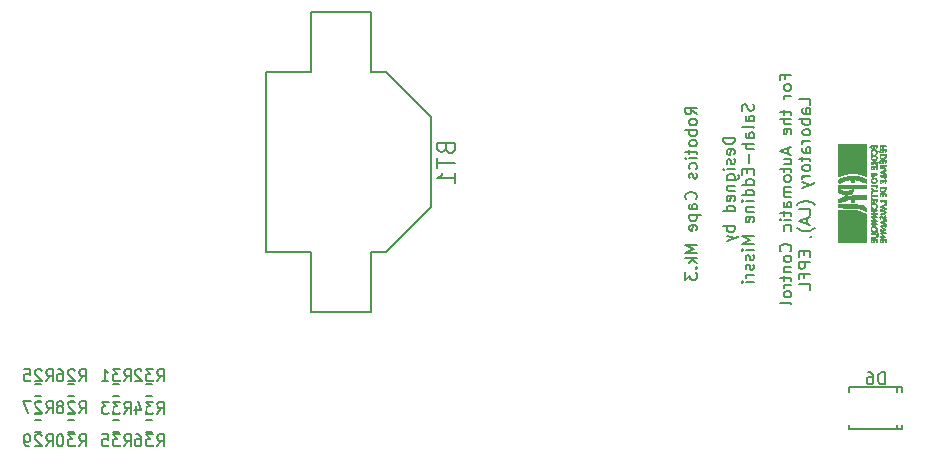
<source format=gbo>
%TF.GenerationSoftware,KiCad,Pcbnew,no-vcs-found-product*%
%TF.CreationDate,2015-07-24T02:24:40+02:00*%
%TF.JobID,robocape,726F626F636170652E6B696361645F70,rev?*%
%TF.FileFunction,Legend,Bot*%
%FSLAX46Y46*%
G04 Gerber Fmt 4.6, Leading zero omitted, Abs format (unit mm)*
G04 Created by KiCad (PCBNEW no-vcs-found-product) date Fre 24 Jul 2015 02:24:40 CEST*
%MOMM*%
G01*
G04 APERTURE LIST*
%ADD10C,0.100000*%
%ADD11C,0.200000*%
%ADD12C,0.150000*%
%ADD13R,4.170000X4.170000*%
%ADD14R,3.960000X3.960000*%
%ADD15R,1.727200X2.032000*%
%ADD16O,1.727200X2.032000*%
%ADD17R,1.500000X1.500000*%
%ADD18C,1.500000*%
%ADD19R,2.499360X1.800860*%
%ADD20C,2.500000*%
%ADD21C,2.600000*%
%ADD22R,2.032000X2.032000*%
%ADD23O,2.032000X2.032000*%
%ADD24R,0.400000X0.600000*%
%ADD25C,4.572000*%
%ADD26R,1.651000X1.651000*%
%ADD27C,1.300480*%
G04 APERTURE END LIST*
D10*
D11*
X131452381Y-59209524D02*
X130976190Y-58876190D01*
X131452381Y-58638095D02*
X130452381Y-58638095D01*
X130452381Y-59019048D01*
X130500000Y-59114286D01*
X130547619Y-59161905D01*
X130642857Y-59209524D01*
X130785714Y-59209524D01*
X130880952Y-59161905D01*
X130928571Y-59114286D01*
X130976190Y-59019048D01*
X130976190Y-58638095D01*
X131452381Y-59780952D02*
X131404762Y-59685714D01*
X131357143Y-59638095D01*
X131261905Y-59590476D01*
X130976190Y-59590476D01*
X130880952Y-59638095D01*
X130833333Y-59685714D01*
X130785714Y-59780952D01*
X130785714Y-59923810D01*
X130833333Y-60019048D01*
X130880952Y-60066667D01*
X130976190Y-60114286D01*
X131261905Y-60114286D01*
X131357143Y-60066667D01*
X131404762Y-60019048D01*
X131452381Y-59923810D01*
X131452381Y-59780952D01*
X131452381Y-60542857D02*
X130452381Y-60542857D01*
X130833333Y-60542857D02*
X130785714Y-60638095D01*
X130785714Y-60828572D01*
X130833333Y-60923810D01*
X130880952Y-60971429D01*
X130976190Y-61019048D01*
X131261905Y-61019048D01*
X131357143Y-60971429D01*
X131404762Y-60923810D01*
X131452381Y-60828572D01*
X131452381Y-60638095D01*
X131404762Y-60542857D01*
X131452381Y-61590476D02*
X131404762Y-61495238D01*
X131357143Y-61447619D01*
X131261905Y-61400000D01*
X130976190Y-61400000D01*
X130880952Y-61447619D01*
X130833333Y-61495238D01*
X130785714Y-61590476D01*
X130785714Y-61733334D01*
X130833333Y-61828572D01*
X130880952Y-61876191D01*
X130976190Y-61923810D01*
X131261905Y-61923810D01*
X131357143Y-61876191D01*
X131404762Y-61828572D01*
X131452381Y-61733334D01*
X131452381Y-61590476D01*
X130785714Y-62209524D02*
X130785714Y-62590476D01*
X130452381Y-62352381D02*
X131309524Y-62352381D01*
X131404762Y-62400000D01*
X131452381Y-62495238D01*
X131452381Y-62590476D01*
X131452381Y-62923810D02*
X130785714Y-62923810D01*
X130452381Y-62923810D02*
X130500000Y-62876191D01*
X130547619Y-62923810D01*
X130500000Y-62971429D01*
X130452381Y-62923810D01*
X130547619Y-62923810D01*
X131404762Y-63828572D02*
X131452381Y-63733334D01*
X131452381Y-63542857D01*
X131404762Y-63447619D01*
X131357143Y-63400000D01*
X131261905Y-63352381D01*
X130976190Y-63352381D01*
X130880952Y-63400000D01*
X130833333Y-63447619D01*
X130785714Y-63542857D01*
X130785714Y-63733334D01*
X130833333Y-63828572D01*
X131404762Y-64209524D02*
X131452381Y-64304762D01*
X131452381Y-64495238D01*
X131404762Y-64590477D01*
X131309524Y-64638096D01*
X131261905Y-64638096D01*
X131166667Y-64590477D01*
X131119048Y-64495238D01*
X131119048Y-64352381D01*
X131071429Y-64257143D01*
X130976190Y-64209524D01*
X130928571Y-64209524D01*
X130833333Y-64257143D01*
X130785714Y-64352381D01*
X130785714Y-64495238D01*
X130833333Y-64590477D01*
X131357143Y-66400001D02*
X131404762Y-66352382D01*
X131452381Y-66209525D01*
X131452381Y-66114287D01*
X131404762Y-65971429D01*
X131309524Y-65876191D01*
X131214286Y-65828572D01*
X131023810Y-65780953D01*
X130880952Y-65780953D01*
X130690476Y-65828572D01*
X130595238Y-65876191D01*
X130500000Y-65971429D01*
X130452381Y-66114287D01*
X130452381Y-66209525D01*
X130500000Y-66352382D01*
X130547619Y-66400001D01*
X131452381Y-67257144D02*
X130928571Y-67257144D01*
X130833333Y-67209525D01*
X130785714Y-67114287D01*
X130785714Y-66923810D01*
X130833333Y-66828572D01*
X131404762Y-67257144D02*
X131452381Y-67161906D01*
X131452381Y-66923810D01*
X131404762Y-66828572D01*
X131309524Y-66780953D01*
X131214286Y-66780953D01*
X131119048Y-66828572D01*
X131071429Y-66923810D01*
X131071429Y-67161906D01*
X131023810Y-67257144D01*
X130785714Y-67733334D02*
X131785714Y-67733334D01*
X130833333Y-67733334D02*
X130785714Y-67828572D01*
X130785714Y-68019049D01*
X130833333Y-68114287D01*
X130880952Y-68161906D01*
X130976190Y-68209525D01*
X131261905Y-68209525D01*
X131357143Y-68161906D01*
X131404762Y-68114287D01*
X131452381Y-68019049D01*
X131452381Y-67828572D01*
X131404762Y-67733334D01*
X131404762Y-69019049D02*
X131452381Y-68923811D01*
X131452381Y-68733334D01*
X131404762Y-68638096D01*
X131309524Y-68590477D01*
X130928571Y-68590477D01*
X130833333Y-68638096D01*
X130785714Y-68733334D01*
X130785714Y-68923811D01*
X130833333Y-69019049D01*
X130928571Y-69066668D01*
X131023810Y-69066668D01*
X131119048Y-68590477D01*
X131452381Y-70257144D02*
X130452381Y-70257144D01*
X131166667Y-70590478D01*
X130452381Y-70923811D01*
X131452381Y-70923811D01*
X131452381Y-71400001D02*
X130452381Y-71400001D01*
X131071429Y-71495239D02*
X131452381Y-71780954D01*
X130785714Y-71780954D02*
X131166667Y-71400001D01*
X131357143Y-72209525D02*
X131404762Y-72257144D01*
X131452381Y-72209525D01*
X131404762Y-72161906D01*
X131357143Y-72209525D01*
X131452381Y-72209525D01*
X130452381Y-72590477D02*
X130452381Y-73209525D01*
X130833333Y-72876191D01*
X130833333Y-73019049D01*
X130880952Y-73114287D01*
X130928571Y-73161906D01*
X131023810Y-73209525D01*
X131261905Y-73209525D01*
X131357143Y-73161906D01*
X131404762Y-73114287D01*
X131452381Y-73019049D01*
X131452381Y-72733334D01*
X131404762Y-72638096D01*
X131357143Y-72590477D01*
X134652381Y-61185714D02*
X133652381Y-61185714D01*
X133652381Y-61423809D01*
X133700000Y-61566667D01*
X133795238Y-61661905D01*
X133890476Y-61709524D01*
X134080952Y-61757143D01*
X134223810Y-61757143D01*
X134414286Y-61709524D01*
X134509524Y-61661905D01*
X134604762Y-61566667D01*
X134652381Y-61423809D01*
X134652381Y-61185714D01*
X134604762Y-62566667D02*
X134652381Y-62471429D01*
X134652381Y-62280952D01*
X134604762Y-62185714D01*
X134509524Y-62138095D01*
X134128571Y-62138095D01*
X134033333Y-62185714D01*
X133985714Y-62280952D01*
X133985714Y-62471429D01*
X134033333Y-62566667D01*
X134128571Y-62614286D01*
X134223810Y-62614286D01*
X134319048Y-62138095D01*
X134604762Y-62995238D02*
X134652381Y-63090476D01*
X134652381Y-63280952D01*
X134604762Y-63376191D01*
X134509524Y-63423810D01*
X134461905Y-63423810D01*
X134366667Y-63376191D01*
X134319048Y-63280952D01*
X134319048Y-63138095D01*
X134271429Y-63042857D01*
X134176190Y-62995238D01*
X134128571Y-62995238D01*
X134033333Y-63042857D01*
X133985714Y-63138095D01*
X133985714Y-63280952D01*
X134033333Y-63376191D01*
X134652381Y-63852381D02*
X133985714Y-63852381D01*
X133652381Y-63852381D02*
X133700000Y-63804762D01*
X133747619Y-63852381D01*
X133700000Y-63900000D01*
X133652381Y-63852381D01*
X133747619Y-63852381D01*
X133985714Y-64757143D02*
X134795238Y-64757143D01*
X134890476Y-64709524D01*
X134938095Y-64661905D01*
X134985714Y-64566666D01*
X134985714Y-64423809D01*
X134938095Y-64328571D01*
X134604762Y-64757143D02*
X134652381Y-64661905D01*
X134652381Y-64471428D01*
X134604762Y-64376190D01*
X134557143Y-64328571D01*
X134461905Y-64280952D01*
X134176190Y-64280952D01*
X134080952Y-64328571D01*
X134033333Y-64376190D01*
X133985714Y-64471428D01*
X133985714Y-64661905D01*
X134033333Y-64757143D01*
X133985714Y-65233333D02*
X134652381Y-65233333D01*
X134080952Y-65233333D02*
X134033333Y-65280952D01*
X133985714Y-65376190D01*
X133985714Y-65519048D01*
X134033333Y-65614286D01*
X134128571Y-65661905D01*
X134652381Y-65661905D01*
X134604762Y-66519048D02*
X134652381Y-66423810D01*
X134652381Y-66233333D01*
X134604762Y-66138095D01*
X134509524Y-66090476D01*
X134128571Y-66090476D01*
X134033333Y-66138095D01*
X133985714Y-66233333D01*
X133985714Y-66423810D01*
X134033333Y-66519048D01*
X134128571Y-66566667D01*
X134223810Y-66566667D01*
X134319048Y-66090476D01*
X134652381Y-67423810D02*
X133652381Y-67423810D01*
X134604762Y-67423810D02*
X134652381Y-67328572D01*
X134652381Y-67138095D01*
X134604762Y-67042857D01*
X134557143Y-66995238D01*
X134461905Y-66947619D01*
X134176190Y-66947619D01*
X134080952Y-66995238D01*
X134033333Y-67042857D01*
X133985714Y-67138095D01*
X133985714Y-67328572D01*
X134033333Y-67423810D01*
X134652381Y-68661905D02*
X133652381Y-68661905D01*
X134033333Y-68661905D02*
X133985714Y-68757143D01*
X133985714Y-68947620D01*
X134033333Y-69042858D01*
X134080952Y-69090477D01*
X134176190Y-69138096D01*
X134461905Y-69138096D01*
X134557143Y-69090477D01*
X134604762Y-69042858D01*
X134652381Y-68947620D01*
X134652381Y-68757143D01*
X134604762Y-68661905D01*
X133985714Y-69471429D02*
X134652381Y-69709524D01*
X133985714Y-69947620D02*
X134652381Y-69709524D01*
X134890476Y-69614286D01*
X134938095Y-69566667D01*
X134985714Y-69471429D01*
X136204762Y-58352381D02*
X136252381Y-58495238D01*
X136252381Y-58733334D01*
X136204762Y-58828572D01*
X136157143Y-58876191D01*
X136061905Y-58923810D01*
X135966667Y-58923810D01*
X135871429Y-58876191D01*
X135823810Y-58828572D01*
X135776190Y-58733334D01*
X135728571Y-58542857D01*
X135680952Y-58447619D01*
X135633333Y-58400000D01*
X135538095Y-58352381D01*
X135442857Y-58352381D01*
X135347619Y-58400000D01*
X135300000Y-58447619D01*
X135252381Y-58542857D01*
X135252381Y-58780953D01*
X135300000Y-58923810D01*
X136252381Y-59780953D02*
X135728571Y-59780953D01*
X135633333Y-59733334D01*
X135585714Y-59638096D01*
X135585714Y-59447619D01*
X135633333Y-59352381D01*
X136204762Y-59780953D02*
X136252381Y-59685715D01*
X136252381Y-59447619D01*
X136204762Y-59352381D01*
X136109524Y-59304762D01*
X136014286Y-59304762D01*
X135919048Y-59352381D01*
X135871429Y-59447619D01*
X135871429Y-59685715D01*
X135823810Y-59780953D01*
X136252381Y-60400000D02*
X136204762Y-60304762D01*
X136109524Y-60257143D01*
X135252381Y-60257143D01*
X136252381Y-61209525D02*
X135728571Y-61209525D01*
X135633333Y-61161906D01*
X135585714Y-61066668D01*
X135585714Y-60876191D01*
X135633333Y-60780953D01*
X136204762Y-61209525D02*
X136252381Y-61114287D01*
X136252381Y-60876191D01*
X136204762Y-60780953D01*
X136109524Y-60733334D01*
X136014286Y-60733334D01*
X135919048Y-60780953D01*
X135871429Y-60876191D01*
X135871429Y-61114287D01*
X135823810Y-61209525D01*
X136252381Y-61685715D02*
X135252381Y-61685715D01*
X136252381Y-62114287D02*
X135728571Y-62114287D01*
X135633333Y-62066668D01*
X135585714Y-61971430D01*
X135585714Y-61828572D01*
X135633333Y-61733334D01*
X135680952Y-61685715D01*
X135871429Y-62590477D02*
X135871429Y-63352382D01*
X135728571Y-63828572D02*
X135728571Y-64161906D01*
X136252381Y-64304763D02*
X136252381Y-63828572D01*
X135252381Y-63828572D01*
X135252381Y-64304763D01*
X136252381Y-65161906D02*
X135252381Y-65161906D01*
X136204762Y-65161906D02*
X136252381Y-65066668D01*
X136252381Y-64876191D01*
X136204762Y-64780953D01*
X136157143Y-64733334D01*
X136061905Y-64685715D01*
X135776190Y-64685715D01*
X135680952Y-64733334D01*
X135633333Y-64780953D01*
X135585714Y-64876191D01*
X135585714Y-65066668D01*
X135633333Y-65161906D01*
X136252381Y-66066668D02*
X135252381Y-66066668D01*
X136204762Y-66066668D02*
X136252381Y-65971430D01*
X136252381Y-65780953D01*
X136204762Y-65685715D01*
X136157143Y-65638096D01*
X136061905Y-65590477D01*
X135776190Y-65590477D01*
X135680952Y-65638096D01*
X135633333Y-65685715D01*
X135585714Y-65780953D01*
X135585714Y-65971430D01*
X135633333Y-66066668D01*
X136252381Y-66542858D02*
X135585714Y-66542858D01*
X135252381Y-66542858D02*
X135300000Y-66495239D01*
X135347619Y-66542858D01*
X135300000Y-66590477D01*
X135252381Y-66542858D01*
X135347619Y-66542858D01*
X135585714Y-67019048D02*
X136252381Y-67019048D01*
X135680952Y-67019048D02*
X135633333Y-67066667D01*
X135585714Y-67161905D01*
X135585714Y-67304763D01*
X135633333Y-67400001D01*
X135728571Y-67447620D01*
X136252381Y-67447620D01*
X136204762Y-68304763D02*
X136252381Y-68209525D01*
X136252381Y-68019048D01*
X136204762Y-67923810D01*
X136109524Y-67876191D01*
X135728571Y-67876191D01*
X135633333Y-67923810D01*
X135585714Y-68019048D01*
X135585714Y-68209525D01*
X135633333Y-68304763D01*
X135728571Y-68352382D01*
X135823810Y-68352382D01*
X135919048Y-67876191D01*
X136252381Y-69542858D02*
X135252381Y-69542858D01*
X135966667Y-69876192D01*
X135252381Y-70209525D01*
X136252381Y-70209525D01*
X136252381Y-70685715D02*
X135585714Y-70685715D01*
X135252381Y-70685715D02*
X135300000Y-70638096D01*
X135347619Y-70685715D01*
X135300000Y-70733334D01*
X135252381Y-70685715D01*
X135347619Y-70685715D01*
X136204762Y-71114286D02*
X136252381Y-71209524D01*
X136252381Y-71400000D01*
X136204762Y-71495239D01*
X136109524Y-71542858D01*
X136061905Y-71542858D01*
X135966667Y-71495239D01*
X135919048Y-71400000D01*
X135919048Y-71257143D01*
X135871429Y-71161905D01*
X135776190Y-71114286D01*
X135728571Y-71114286D01*
X135633333Y-71161905D01*
X135585714Y-71257143D01*
X135585714Y-71400000D01*
X135633333Y-71495239D01*
X136204762Y-71923810D02*
X136252381Y-72019048D01*
X136252381Y-72209524D01*
X136204762Y-72304763D01*
X136109524Y-72352382D01*
X136061905Y-72352382D01*
X135966667Y-72304763D01*
X135919048Y-72209524D01*
X135919048Y-72066667D01*
X135871429Y-71971429D01*
X135776190Y-71923810D01*
X135728571Y-71923810D01*
X135633333Y-71971429D01*
X135585714Y-72066667D01*
X135585714Y-72209524D01*
X135633333Y-72304763D01*
X136252381Y-72780953D02*
X135585714Y-72780953D01*
X135776190Y-72780953D02*
X135680952Y-72828572D01*
X135633333Y-72876191D01*
X135585714Y-72971429D01*
X135585714Y-73066668D01*
X136252381Y-73400001D02*
X135585714Y-73400001D01*
X135252381Y-73400001D02*
X135300000Y-73352382D01*
X135347619Y-73400001D01*
X135300000Y-73447620D01*
X135252381Y-73400001D01*
X135347619Y-73400001D01*
X138928571Y-56185713D02*
X138928571Y-55852379D01*
X139452381Y-55852379D02*
X138452381Y-55852379D01*
X138452381Y-56328570D01*
X139452381Y-56852379D02*
X139404762Y-56757141D01*
X139357143Y-56709522D01*
X139261905Y-56661903D01*
X138976190Y-56661903D01*
X138880952Y-56709522D01*
X138833333Y-56757141D01*
X138785714Y-56852379D01*
X138785714Y-56995237D01*
X138833333Y-57090475D01*
X138880952Y-57138094D01*
X138976190Y-57185713D01*
X139261905Y-57185713D01*
X139357143Y-57138094D01*
X139404762Y-57090475D01*
X139452381Y-56995237D01*
X139452381Y-56852379D01*
X139452381Y-57614284D02*
X138785714Y-57614284D01*
X138976190Y-57614284D02*
X138880952Y-57661903D01*
X138833333Y-57709522D01*
X138785714Y-57804760D01*
X138785714Y-57899999D01*
X138785714Y-58852380D02*
X138785714Y-59233332D01*
X138452381Y-58995237D02*
X139309524Y-58995237D01*
X139404762Y-59042856D01*
X139452381Y-59138094D01*
X139452381Y-59233332D01*
X139452381Y-59566666D02*
X138452381Y-59566666D01*
X139452381Y-59995238D02*
X138928571Y-59995238D01*
X138833333Y-59947619D01*
X138785714Y-59852381D01*
X138785714Y-59709523D01*
X138833333Y-59614285D01*
X138880952Y-59566666D01*
X139404762Y-60852381D02*
X139452381Y-60757143D01*
X139452381Y-60566666D01*
X139404762Y-60471428D01*
X139309524Y-60423809D01*
X138928571Y-60423809D01*
X138833333Y-60471428D01*
X138785714Y-60566666D01*
X138785714Y-60757143D01*
X138833333Y-60852381D01*
X138928571Y-60900000D01*
X139023810Y-60900000D01*
X139119048Y-60423809D01*
X139166667Y-62042857D02*
X139166667Y-62519048D01*
X139452381Y-61947619D02*
X138452381Y-62280952D01*
X139452381Y-62614286D01*
X138785714Y-63376191D02*
X139452381Y-63376191D01*
X138785714Y-62947619D02*
X139309524Y-62947619D01*
X139404762Y-62995238D01*
X139452381Y-63090476D01*
X139452381Y-63233334D01*
X139404762Y-63328572D01*
X139357143Y-63376191D01*
X138785714Y-63709524D02*
X138785714Y-64090476D01*
X138452381Y-63852381D02*
X139309524Y-63852381D01*
X139404762Y-63900000D01*
X139452381Y-63995238D01*
X139452381Y-64090476D01*
X139452381Y-64566667D02*
X139404762Y-64471429D01*
X139357143Y-64423810D01*
X139261905Y-64376191D01*
X138976190Y-64376191D01*
X138880952Y-64423810D01*
X138833333Y-64471429D01*
X138785714Y-64566667D01*
X138785714Y-64709525D01*
X138833333Y-64804763D01*
X138880952Y-64852382D01*
X138976190Y-64900001D01*
X139261905Y-64900001D01*
X139357143Y-64852382D01*
X139404762Y-64804763D01*
X139452381Y-64709525D01*
X139452381Y-64566667D01*
X139452381Y-65328572D02*
X138785714Y-65328572D01*
X138880952Y-65328572D02*
X138833333Y-65376191D01*
X138785714Y-65471429D01*
X138785714Y-65614287D01*
X138833333Y-65709525D01*
X138928571Y-65757144D01*
X139452381Y-65757144D01*
X138928571Y-65757144D02*
X138833333Y-65804763D01*
X138785714Y-65900001D01*
X138785714Y-66042858D01*
X138833333Y-66138096D01*
X138928571Y-66185715D01*
X139452381Y-66185715D01*
X139452381Y-67090477D02*
X138928571Y-67090477D01*
X138833333Y-67042858D01*
X138785714Y-66947620D01*
X138785714Y-66757143D01*
X138833333Y-66661905D01*
X139404762Y-67090477D02*
X139452381Y-66995239D01*
X139452381Y-66757143D01*
X139404762Y-66661905D01*
X139309524Y-66614286D01*
X139214286Y-66614286D01*
X139119048Y-66661905D01*
X139071429Y-66757143D01*
X139071429Y-66995239D01*
X139023810Y-67090477D01*
X138785714Y-67423810D02*
X138785714Y-67804762D01*
X138452381Y-67566667D02*
X139309524Y-67566667D01*
X139404762Y-67614286D01*
X139452381Y-67709524D01*
X139452381Y-67804762D01*
X139452381Y-68138096D02*
X138785714Y-68138096D01*
X138452381Y-68138096D02*
X138500000Y-68090477D01*
X138547619Y-68138096D01*
X138500000Y-68185715D01*
X138452381Y-68138096D01*
X138547619Y-68138096D01*
X139404762Y-69042858D02*
X139452381Y-68947620D01*
X139452381Y-68757143D01*
X139404762Y-68661905D01*
X139357143Y-68614286D01*
X139261905Y-68566667D01*
X138976190Y-68566667D01*
X138880952Y-68614286D01*
X138833333Y-68661905D01*
X138785714Y-68757143D01*
X138785714Y-68947620D01*
X138833333Y-69042858D01*
X139357143Y-70804763D02*
X139404762Y-70757144D01*
X139452381Y-70614287D01*
X139452381Y-70519049D01*
X139404762Y-70376191D01*
X139309524Y-70280953D01*
X139214286Y-70233334D01*
X139023810Y-70185715D01*
X138880952Y-70185715D01*
X138690476Y-70233334D01*
X138595238Y-70280953D01*
X138500000Y-70376191D01*
X138452381Y-70519049D01*
X138452381Y-70614287D01*
X138500000Y-70757144D01*
X138547619Y-70804763D01*
X139452381Y-71376191D02*
X139404762Y-71280953D01*
X139357143Y-71233334D01*
X139261905Y-71185715D01*
X138976190Y-71185715D01*
X138880952Y-71233334D01*
X138833333Y-71280953D01*
X138785714Y-71376191D01*
X138785714Y-71519049D01*
X138833333Y-71614287D01*
X138880952Y-71661906D01*
X138976190Y-71709525D01*
X139261905Y-71709525D01*
X139357143Y-71661906D01*
X139404762Y-71614287D01*
X139452381Y-71519049D01*
X139452381Y-71376191D01*
X138785714Y-72138096D02*
X139452381Y-72138096D01*
X138880952Y-72138096D02*
X138833333Y-72185715D01*
X138785714Y-72280953D01*
X138785714Y-72423811D01*
X138833333Y-72519049D01*
X138928571Y-72566668D01*
X139452381Y-72566668D01*
X138785714Y-72900001D02*
X138785714Y-73280953D01*
X138452381Y-73042858D02*
X139309524Y-73042858D01*
X139404762Y-73090477D01*
X139452381Y-73185715D01*
X139452381Y-73280953D01*
X139452381Y-73614287D02*
X138785714Y-73614287D01*
X138976190Y-73614287D02*
X138880952Y-73661906D01*
X138833333Y-73709525D01*
X138785714Y-73804763D01*
X138785714Y-73900002D01*
X139452381Y-74376192D02*
X139404762Y-74280954D01*
X139357143Y-74233335D01*
X139261905Y-74185716D01*
X138976190Y-74185716D01*
X138880952Y-74233335D01*
X138833333Y-74280954D01*
X138785714Y-74376192D01*
X138785714Y-74519050D01*
X138833333Y-74614288D01*
X138880952Y-74661907D01*
X138976190Y-74709526D01*
X139261905Y-74709526D01*
X139357143Y-74661907D01*
X139404762Y-74614288D01*
X139452381Y-74519050D01*
X139452381Y-74376192D01*
X139452381Y-75280954D02*
X139404762Y-75185716D01*
X139309524Y-75138097D01*
X138452381Y-75138097D01*
X141052381Y-58376189D02*
X141052381Y-57899998D01*
X140052381Y-57899998D01*
X141052381Y-59138094D02*
X140528571Y-59138094D01*
X140433333Y-59090475D01*
X140385714Y-58995237D01*
X140385714Y-58804760D01*
X140433333Y-58709522D01*
X141004762Y-59138094D02*
X141052381Y-59042856D01*
X141052381Y-58804760D01*
X141004762Y-58709522D01*
X140909524Y-58661903D01*
X140814286Y-58661903D01*
X140719048Y-58709522D01*
X140671429Y-58804760D01*
X140671429Y-59042856D01*
X140623810Y-59138094D01*
X141052381Y-59614284D02*
X140052381Y-59614284D01*
X140433333Y-59614284D02*
X140385714Y-59709522D01*
X140385714Y-59899999D01*
X140433333Y-59995237D01*
X140480952Y-60042856D01*
X140576190Y-60090475D01*
X140861905Y-60090475D01*
X140957143Y-60042856D01*
X141004762Y-59995237D01*
X141052381Y-59899999D01*
X141052381Y-59709522D01*
X141004762Y-59614284D01*
X141052381Y-60661903D02*
X141004762Y-60566665D01*
X140957143Y-60519046D01*
X140861905Y-60471427D01*
X140576190Y-60471427D01*
X140480952Y-60519046D01*
X140433333Y-60566665D01*
X140385714Y-60661903D01*
X140385714Y-60804761D01*
X140433333Y-60899999D01*
X140480952Y-60947618D01*
X140576190Y-60995237D01*
X140861905Y-60995237D01*
X140957143Y-60947618D01*
X141004762Y-60899999D01*
X141052381Y-60804761D01*
X141052381Y-60661903D01*
X141052381Y-61423808D02*
X140385714Y-61423808D01*
X140576190Y-61423808D02*
X140480952Y-61471427D01*
X140433333Y-61519046D01*
X140385714Y-61614284D01*
X140385714Y-61709523D01*
X141052381Y-62471428D02*
X140528571Y-62471428D01*
X140433333Y-62423809D01*
X140385714Y-62328571D01*
X140385714Y-62138094D01*
X140433333Y-62042856D01*
X141004762Y-62471428D02*
X141052381Y-62376190D01*
X141052381Y-62138094D01*
X141004762Y-62042856D01*
X140909524Y-61995237D01*
X140814286Y-61995237D01*
X140719048Y-62042856D01*
X140671429Y-62138094D01*
X140671429Y-62376190D01*
X140623810Y-62471428D01*
X140385714Y-62804761D02*
X140385714Y-63185713D01*
X140052381Y-62947618D02*
X140909524Y-62947618D01*
X141004762Y-62995237D01*
X141052381Y-63090475D01*
X141052381Y-63185713D01*
X141052381Y-63661904D02*
X141004762Y-63566666D01*
X140957143Y-63519047D01*
X140861905Y-63471428D01*
X140576190Y-63471428D01*
X140480952Y-63519047D01*
X140433333Y-63566666D01*
X140385714Y-63661904D01*
X140385714Y-63804762D01*
X140433333Y-63900000D01*
X140480952Y-63947619D01*
X140576190Y-63995238D01*
X140861905Y-63995238D01*
X140957143Y-63947619D01*
X141004762Y-63900000D01*
X141052381Y-63804762D01*
X141052381Y-63661904D01*
X141052381Y-64423809D02*
X140385714Y-64423809D01*
X140576190Y-64423809D02*
X140480952Y-64471428D01*
X140433333Y-64519047D01*
X140385714Y-64614285D01*
X140385714Y-64709524D01*
X140385714Y-64947619D02*
X141052381Y-65185714D01*
X140385714Y-65423810D02*
X141052381Y-65185714D01*
X141290476Y-65090476D01*
X141338095Y-65042857D01*
X141385714Y-64947619D01*
X141433333Y-66852382D02*
X141385714Y-66804762D01*
X141242857Y-66709524D01*
X141147619Y-66661905D01*
X141004762Y-66614286D01*
X140766667Y-66566667D01*
X140576190Y-66566667D01*
X140338095Y-66614286D01*
X140195238Y-66661905D01*
X140100000Y-66709524D01*
X139957143Y-66804762D01*
X139909524Y-66852382D01*
X141052381Y-67709525D02*
X141052381Y-67233334D01*
X140052381Y-67233334D01*
X140766667Y-67995239D02*
X140766667Y-68471430D01*
X141052381Y-67900001D02*
X140052381Y-68233334D01*
X141052381Y-68566668D01*
X141433333Y-68804763D02*
X141385714Y-68852382D01*
X141242857Y-68947620D01*
X141147619Y-68995239D01*
X141004762Y-69042858D01*
X140766667Y-69090477D01*
X140576190Y-69090477D01*
X140338095Y-69042858D01*
X140195238Y-68995239D01*
X140100000Y-68947620D01*
X139957143Y-68852382D01*
X139909524Y-68804763D01*
X141004762Y-69614287D02*
X141052381Y-69614287D01*
X141147619Y-69566668D01*
X141195238Y-69519049D01*
X140528571Y-70804763D02*
X140528571Y-71138097D01*
X141052381Y-71280954D02*
X141052381Y-70804763D01*
X140052381Y-70804763D01*
X140052381Y-71280954D01*
X141052381Y-71709525D02*
X140052381Y-71709525D01*
X140052381Y-72090478D01*
X140100000Y-72185716D01*
X140147619Y-72233335D01*
X140242857Y-72280954D01*
X140385714Y-72280954D01*
X140480952Y-72233335D01*
X140528571Y-72185716D01*
X140576190Y-72090478D01*
X140576190Y-71709525D01*
X140528571Y-73042859D02*
X140528571Y-72709525D01*
X141052381Y-72709525D02*
X140052381Y-72709525D01*
X140052381Y-73185716D01*
X141052381Y-74042859D02*
X141052381Y-73566668D01*
X140052381Y-73566668D01*
D12*
X94996000Y-55626000D02*
X98806000Y-55626000D01*
X98806000Y-55626000D02*
X98806000Y-50546000D01*
X98806000Y-50546000D02*
X103886000Y-50546000D01*
X103886000Y-50546000D02*
X103886000Y-55626000D01*
X103886000Y-55626000D02*
X105156000Y-55626000D01*
X105156000Y-55626000D02*
X108966000Y-59436000D01*
X108966000Y-59436000D02*
X108966000Y-67056000D01*
X108966000Y-67056000D02*
X105156000Y-70866000D01*
X105156000Y-70866000D02*
X103886000Y-70866000D01*
X103886000Y-70866000D02*
X103886000Y-75946000D01*
X103886000Y-75946000D02*
X98806000Y-75946000D01*
X98806000Y-75946000D02*
X98806000Y-70866000D01*
X98806000Y-70866000D02*
X94996000Y-70866000D01*
X94996000Y-70866000D02*
X94996000Y-55626000D01*
X148357140Y-85824060D02*
X148357140Y-85473540D01*
X148357140Y-82323940D02*
X148357140Y-82674460D01*
X144307560Y-85824060D02*
X144307560Y-85473540D01*
X148808440Y-85824060D02*
X148808440Y-85473540D01*
X148808440Y-82323940D02*
X148808440Y-82674460D01*
X144307560Y-82323940D02*
X144307560Y-82674460D01*
X148808440Y-85824060D02*
X144307560Y-85824060D01*
X148808440Y-82323940D02*
X144307560Y-82323940D01*
X75942000Y-83075000D02*
X75442000Y-83075000D01*
X75442000Y-82025000D02*
X75942000Y-82025000D01*
X78736000Y-83075000D02*
X78236000Y-83075000D01*
X78236000Y-82025000D02*
X78736000Y-82025000D01*
X75942000Y-84599000D02*
X75442000Y-84599000D01*
X75442000Y-83549000D02*
X75942000Y-83549000D01*
X78736000Y-84599000D02*
X78236000Y-84599000D01*
X78236000Y-83549000D02*
X78736000Y-83549000D01*
X75942000Y-86123000D02*
X75442000Y-86123000D01*
X75442000Y-85073000D02*
X75942000Y-85073000D01*
X78736000Y-86123000D02*
X78236000Y-86123000D01*
X78236000Y-85073000D02*
X78736000Y-85073000D01*
X82546000Y-83075000D02*
X82046000Y-83075000D01*
X82046000Y-82025000D02*
X82546000Y-82025000D01*
X85340000Y-83075000D02*
X84840000Y-83075000D01*
X84840000Y-82025000D02*
X85340000Y-82025000D01*
X82546000Y-84599000D02*
X82046000Y-84599000D01*
X82046000Y-83549000D02*
X82546000Y-83549000D01*
X85340000Y-84599000D02*
X84840000Y-84599000D01*
X84840000Y-83549000D02*
X85340000Y-83549000D01*
X82546000Y-86123000D02*
X82046000Y-86123000D01*
X82046000Y-85073000D02*
X82546000Y-85073000D01*
X85340000Y-86123000D02*
X84840000Y-86123000D01*
X84840000Y-85073000D02*
X85340000Y-85073000D01*
D10*
G36*
X147152870Y-62047666D02*
X147194253Y-62016743D01*
X147189031Y-61958280D01*
X147181770Y-61899040D01*
X147218075Y-61884153D01*
X147298828Y-61898144D01*
X147393707Y-61909728D01*
X147429729Y-61883787D01*
X147432000Y-61864290D01*
X147408503Y-61825599D01*
X147328652Y-61801219D01*
X147178405Y-61786870D01*
X147177922Y-61786843D01*
X146923845Y-61772500D01*
X146923922Y-61910083D01*
X146934302Y-62003744D01*
X146959478Y-62047277D01*
X146962370Y-62047666D01*
X146984145Y-62013953D01*
X146978599Y-61962999D01*
X146981421Y-61893631D01*
X147024895Y-61878333D01*
X147081897Y-61913625D01*
X147093333Y-61963000D01*
X147118132Y-62031653D01*
X147152870Y-62047666D01*
X147152870Y-62047666D01*
X147152870Y-62047666D01*
G37*
X147152870Y-62047666D02*
X147194253Y-62016743D01*
X147189031Y-61958280D01*
X147181770Y-61899040D01*
X147218075Y-61884153D01*
X147298828Y-61898144D01*
X147393707Y-61909728D01*
X147429729Y-61883787D01*
X147432000Y-61864290D01*
X147408503Y-61825599D01*
X147328652Y-61801219D01*
X147178405Y-61786870D01*
X147177922Y-61786843D01*
X146923845Y-61772500D01*
X146923922Y-61910083D01*
X146934302Y-62003744D01*
X146959478Y-62047277D01*
X146962370Y-62047666D01*
X146984145Y-62013953D01*
X146978599Y-61962999D01*
X146981421Y-61893631D01*
X147024895Y-61878333D01*
X147081897Y-61913625D01*
X147093333Y-61963000D01*
X147118132Y-62031653D01*
X147152870Y-62047666D01*
X147152870Y-62047666D01*
G36*
X146969186Y-62428666D02*
X146995110Y-62395708D01*
X146987500Y-62344000D01*
X146984539Y-62275338D01*
X147026980Y-62259333D01*
X147084916Y-62291975D01*
X147093333Y-62322833D01*
X147126539Y-62378973D01*
X147155504Y-62386333D01*
X147198212Y-62358284D01*
X147193308Y-62322833D01*
X147199406Y-62272255D01*
X147263074Y-62259333D01*
X147331775Y-62275429D01*
X147336639Y-62337519D01*
X147334435Y-62346417D01*
X147333174Y-62411524D01*
X147361247Y-62417240D01*
X147400664Y-62367737D01*
X147423309Y-62277239D01*
X147435785Y-62153500D01*
X147179892Y-62153500D01*
X146924000Y-62153500D01*
X146924000Y-62291083D01*
X146936152Y-62384716D01*
X146965753Y-62428270D01*
X146969186Y-62428666D01*
X146969186Y-62428666D01*
X146969186Y-62428666D01*
G37*
X146969186Y-62428666D02*
X146995110Y-62395708D01*
X146987500Y-62344000D01*
X146984539Y-62275338D01*
X147026980Y-62259333D01*
X147084916Y-62291975D01*
X147093333Y-62322833D01*
X147126539Y-62378973D01*
X147155504Y-62386333D01*
X147198212Y-62358284D01*
X147193308Y-62322833D01*
X147199406Y-62272255D01*
X147263074Y-62259333D01*
X147331775Y-62275429D01*
X147336639Y-62337519D01*
X147334435Y-62346417D01*
X147333174Y-62411524D01*
X147361247Y-62417240D01*
X147400664Y-62367737D01*
X147423309Y-62277239D01*
X147435785Y-62153500D01*
X147179892Y-62153500D01*
X146924000Y-62153500D01*
X146924000Y-62291083D01*
X146936152Y-62384716D01*
X146965753Y-62428270D01*
X146969186Y-62428666D01*
X146969186Y-62428666D01*
G36*
X147151507Y-63021333D02*
X147254737Y-62984069D01*
X147329916Y-62910057D01*
X147156404Y-62910057D01*
X147052464Y-62866567D01*
X146980558Y-62784439D01*
X146966333Y-62724024D01*
X146979112Y-62671667D01*
X147031743Y-62646917D01*
X147145667Y-62640354D01*
X147156833Y-62640333D01*
X147274440Y-62644781D01*
X147330162Y-62666394D01*
X147346644Y-62717577D01*
X147347333Y-62744677D01*
X147311436Y-62850804D01*
X147259827Y-62895852D01*
X147156404Y-62910057D01*
X147329916Y-62910057D01*
X147350006Y-62890279D01*
X147415508Y-62766963D01*
X147432000Y-62674007D01*
X147432000Y-62534500D01*
X147178000Y-62534500D01*
X146924000Y-62534500D01*
X146924000Y-62707855D01*
X146951549Y-62866521D01*
X147026886Y-62975924D01*
X147139043Y-63020952D01*
X147151507Y-63021333D01*
X147151507Y-63021333D01*
X147151507Y-63021333D01*
G37*
X147151507Y-63021333D02*
X147254737Y-62984069D01*
X147329916Y-62910057D01*
X147156404Y-62910057D01*
X147052464Y-62866567D01*
X146980558Y-62784439D01*
X146966333Y-62724024D01*
X146979112Y-62671667D01*
X147031743Y-62646917D01*
X147145667Y-62640354D01*
X147156833Y-62640333D01*
X147274440Y-62644781D01*
X147330162Y-62666394D01*
X147346644Y-62717577D01*
X147347333Y-62744677D01*
X147311436Y-62850804D01*
X147259827Y-62895852D01*
X147156404Y-62910057D01*
X147329916Y-62910057D01*
X147350006Y-62890279D01*
X147415508Y-62766963D01*
X147432000Y-62674007D01*
X147432000Y-62534500D01*
X147178000Y-62534500D01*
X146924000Y-62534500D01*
X146924000Y-62707855D01*
X146951549Y-62866521D01*
X147026886Y-62975924D01*
X147139043Y-63020952D01*
X147151507Y-63021333D01*
X147151507Y-63021333D01*
G36*
X146969186Y-63360000D02*
X146995110Y-63327042D01*
X146987500Y-63275333D01*
X146984539Y-63206671D01*
X147026980Y-63190666D01*
X147084916Y-63223308D01*
X147093333Y-63254166D01*
X147126539Y-63310306D01*
X147155504Y-63317666D01*
X147198212Y-63289617D01*
X147193308Y-63254166D01*
X147199406Y-63203588D01*
X147263074Y-63190666D01*
X147331775Y-63206763D01*
X147336639Y-63268853D01*
X147334435Y-63277750D01*
X147333174Y-63342858D01*
X147361247Y-63348573D01*
X147400670Y-63299070D01*
X147423328Y-63208573D01*
X147435823Y-63084833D01*
X147180030Y-63084833D01*
X146924236Y-63084833D01*
X146924118Y-63222416D01*
X146936189Y-63316047D01*
X146965752Y-63359603D01*
X146969186Y-63360000D01*
X146969186Y-63360000D01*
X146969186Y-63360000D01*
G37*
X146969186Y-63360000D02*
X146995110Y-63327042D01*
X146987500Y-63275333D01*
X146984539Y-63206671D01*
X147026980Y-63190666D01*
X147084916Y-63223308D01*
X147093333Y-63254166D01*
X147126539Y-63310306D01*
X147155504Y-63317666D01*
X147198212Y-63289617D01*
X147193308Y-63254166D01*
X147199406Y-63203588D01*
X147263074Y-63190666D01*
X147331775Y-63206763D01*
X147336639Y-63268853D01*
X147334435Y-63277750D01*
X147333174Y-63342858D01*
X147361247Y-63348573D01*
X147400670Y-63299070D01*
X147423328Y-63208573D01*
X147435823Y-63084833D01*
X147180030Y-63084833D01*
X146924236Y-63084833D01*
X146924118Y-63222416D01*
X146936189Y-63316047D01*
X146965752Y-63359603D01*
X146969186Y-63360000D01*
X146969186Y-63360000D01*
G36*
X147406092Y-64312933D02*
X147430007Y-64298266D01*
X147432000Y-64270094D01*
X147396583Y-64207818D01*
X147326166Y-64164333D01*
X147247341Y-64112772D01*
X147225952Y-64070622D01*
X147113649Y-64070622D01*
X147107444Y-64065555D01*
X147113255Y-64040388D01*
X147135666Y-64037333D01*
X147170511Y-64052822D01*
X147163888Y-64065555D01*
X147113649Y-64070622D01*
X147225952Y-64070622D01*
X147220333Y-64059547D01*
X147257027Y-64007388D01*
X147326166Y-63995000D01*
X147408820Y-63975477D01*
X147432000Y-63908409D01*
X147403303Y-63820578D01*
X147333485Y-63723509D01*
X147326166Y-63715984D01*
X147303339Y-63691187D01*
X147065091Y-63691187D01*
X146994526Y-63655835D01*
X146978759Y-63606921D01*
X147022148Y-63574003D01*
X147047472Y-63571666D01*
X147120246Y-63598559D01*
X147135666Y-63638270D01*
X147103927Y-63689133D01*
X147065091Y-63691187D01*
X147303339Y-63691187D01*
X147255739Y-63639476D01*
X147221080Y-63589897D01*
X147220333Y-63586319D01*
X147255271Y-63577432D01*
X147326166Y-63589050D01*
X147405742Y-63596431D01*
X147431463Y-63555074D01*
X147432019Y-63540723D01*
X147419558Y-63498582D01*
X147369795Y-63475750D01*
X147264201Y-63466802D01*
X147176214Y-63465833D01*
X146920390Y-63465833D01*
X146932778Y-63614000D01*
X146947649Y-63712704D01*
X146987356Y-63750577D01*
X147078922Y-63751426D01*
X147087951Y-63750716D01*
X147213287Y-63760237D01*
X147308750Y-63801928D01*
X147347325Y-63863907D01*
X147347333Y-63864820D01*
X147311035Y-63893943D01*
X147217782Y-63937926D01*
X147135666Y-63969722D01*
X147017408Y-64018225D01*
X146940582Y-64061207D01*
X146924000Y-64080635D01*
X146960256Y-64114203D01*
X147050506Y-64154818D01*
X147082750Y-64165768D01*
X147214271Y-64215182D01*
X147326357Y-64269590D01*
X147336750Y-64275860D01*
X147406092Y-64312933D01*
X147406092Y-64312933D01*
X147406092Y-64312933D01*
G37*
X147406092Y-64312933D02*
X147430007Y-64298266D01*
X147432000Y-64270094D01*
X147396583Y-64207818D01*
X147326166Y-64164333D01*
X147247341Y-64112772D01*
X147225952Y-64070622D01*
X147113649Y-64070622D01*
X147107444Y-64065555D01*
X147113255Y-64040388D01*
X147135666Y-64037333D01*
X147170511Y-64052822D01*
X147163888Y-64065555D01*
X147113649Y-64070622D01*
X147225952Y-64070622D01*
X147220333Y-64059547D01*
X147257027Y-64007388D01*
X147326166Y-63995000D01*
X147408820Y-63975477D01*
X147432000Y-63908409D01*
X147403303Y-63820578D01*
X147333485Y-63723509D01*
X147326166Y-63715984D01*
X147303339Y-63691187D01*
X147065091Y-63691187D01*
X146994526Y-63655835D01*
X146978759Y-63606921D01*
X147022148Y-63574003D01*
X147047472Y-63571666D01*
X147120246Y-63598559D01*
X147135666Y-63638270D01*
X147103927Y-63689133D01*
X147065091Y-63691187D01*
X147303339Y-63691187D01*
X147255739Y-63639476D01*
X147221080Y-63589897D01*
X147220333Y-63586319D01*
X147255271Y-63577432D01*
X147326166Y-63589050D01*
X147405742Y-63596431D01*
X147431463Y-63555074D01*
X147432019Y-63540723D01*
X147419558Y-63498582D01*
X147369795Y-63475750D01*
X147264201Y-63466802D01*
X147176214Y-63465833D01*
X146920390Y-63465833D01*
X146932778Y-63614000D01*
X146947649Y-63712704D01*
X146987356Y-63750577D01*
X147078922Y-63751426D01*
X147087951Y-63750716D01*
X147213287Y-63760237D01*
X147308750Y-63801928D01*
X147347325Y-63863907D01*
X147347333Y-63864820D01*
X147311035Y-63893943D01*
X147217782Y-63937926D01*
X147135666Y-63969722D01*
X147017408Y-64018225D01*
X146940582Y-64061207D01*
X146924000Y-64080635D01*
X146960256Y-64114203D01*
X147050506Y-64154818D01*
X147082750Y-64165768D01*
X147214271Y-64215182D01*
X147326357Y-64269590D01*
X147336750Y-64275860D01*
X147406092Y-64312933D01*
X147406092Y-64312933D01*
G36*
X147365914Y-64656754D02*
X147401278Y-64607336D01*
X147423809Y-64514203D01*
X147436785Y-64383761D01*
X147180315Y-64369297D01*
X147034183Y-64365108D01*
X146954924Y-64375604D01*
X146925519Y-64404039D01*
X146923854Y-64418333D01*
X146947574Y-64459180D01*
X147029003Y-64478503D01*
X147125014Y-64481833D01*
X147246755Y-64485940D01*
X147305463Y-64505254D01*
X147322638Y-64550262D01*
X147322680Y-64578245D01*
X147334253Y-64650516D01*
X147365914Y-64656754D01*
X147365914Y-64656754D01*
X147365914Y-64656754D01*
G37*
X147365914Y-64656754D02*
X147401278Y-64607336D01*
X147423809Y-64514203D01*
X147436785Y-64383761D01*
X147180315Y-64369297D01*
X147034183Y-64365108D01*
X146954924Y-64375604D01*
X146925519Y-64404039D01*
X146923854Y-64418333D01*
X146947574Y-64459180D01*
X147029003Y-64478503D01*
X147125014Y-64481833D01*
X147246755Y-64485940D01*
X147305463Y-64505254D01*
X147322638Y-64550262D01*
X147322680Y-64578245D01*
X147334253Y-64650516D01*
X147365914Y-64656754D01*
X147365914Y-64656754D01*
G36*
X146969186Y-65011000D02*
X146995110Y-64978042D01*
X146987500Y-64926333D01*
X146984539Y-64857671D01*
X147026980Y-64841666D01*
X147084916Y-64874308D01*
X147093333Y-64905166D01*
X147126539Y-64961306D01*
X147155504Y-64968666D01*
X147198212Y-64940617D01*
X147193308Y-64905166D01*
X147199406Y-64854588D01*
X147263074Y-64841666D01*
X147331775Y-64857763D01*
X147336639Y-64919853D01*
X147334435Y-64928750D01*
X147333174Y-64993858D01*
X147361247Y-64999573D01*
X147400664Y-64950070D01*
X147423309Y-64859573D01*
X147435785Y-64735833D01*
X147179892Y-64735833D01*
X146924000Y-64735833D01*
X146924000Y-64873416D01*
X146936152Y-64967049D01*
X146965753Y-65010604D01*
X146969186Y-65011000D01*
X146969186Y-65011000D01*
X146969186Y-65011000D01*
G37*
X146969186Y-65011000D02*
X146995110Y-64978042D01*
X146987500Y-64926333D01*
X146984539Y-64857671D01*
X147026980Y-64841666D01*
X147084916Y-64874308D01*
X147093333Y-64905166D01*
X147126539Y-64961306D01*
X147155504Y-64968666D01*
X147198212Y-64940617D01*
X147193308Y-64905166D01*
X147199406Y-64854588D01*
X147263074Y-64841666D01*
X147331775Y-64857763D01*
X147336639Y-64919853D01*
X147334435Y-64928750D01*
X147333174Y-64993858D01*
X147361247Y-64999573D01*
X147400664Y-64950070D01*
X147423309Y-64859573D01*
X147435785Y-64735833D01*
X147179892Y-64735833D01*
X146924000Y-64735833D01*
X146924000Y-64873416D01*
X146936152Y-64967049D01*
X146965753Y-65010604D01*
X146969186Y-65011000D01*
X146969186Y-65011000D01*
G36*
X147164988Y-65783583D02*
X147289082Y-65745229D01*
X147349105Y-65680808D01*
X147207190Y-65680808D01*
X147075029Y-65666725D01*
X146989416Y-65598366D01*
X146966333Y-65513816D01*
X146980429Y-65464105D01*
X147036592Y-65440464D01*
X147155632Y-65434336D01*
X147159645Y-65434333D01*
X147277409Y-65437666D01*
X147331668Y-65456782D01*
X147343558Y-65505357D01*
X147339561Y-65550750D01*
X147309996Y-65640566D01*
X147231645Y-65677356D01*
X147207190Y-65680808D01*
X147349105Y-65680808D01*
X147383188Y-65644229D01*
X147429825Y-65501675D01*
X147432019Y-65461393D01*
X147432039Y-65328500D01*
X147178137Y-65328500D01*
X146924236Y-65328500D01*
X146924118Y-65503233D01*
X146947030Y-65659830D01*
X147019896Y-65750939D01*
X147148520Y-65783315D01*
X147164988Y-65783583D01*
X147164988Y-65783583D01*
X147164988Y-65783583D01*
G37*
X147164988Y-65783583D02*
X147289082Y-65745229D01*
X147349105Y-65680808D01*
X147207190Y-65680808D01*
X147075029Y-65666725D01*
X146989416Y-65598366D01*
X146966333Y-65513816D01*
X146980429Y-65464105D01*
X147036592Y-65440464D01*
X147155632Y-65434336D01*
X147159645Y-65434333D01*
X147277409Y-65437666D01*
X147331668Y-65456782D01*
X147343558Y-65505357D01*
X147339561Y-65550750D01*
X147309996Y-65640566D01*
X147231645Y-65677356D01*
X147207190Y-65680808D01*
X147349105Y-65680808D01*
X147383188Y-65644229D01*
X147429825Y-65501675D01*
X147432019Y-65461393D01*
X147432039Y-65328500D01*
X147178137Y-65328500D01*
X146924236Y-65328500D01*
X146924118Y-65503233D01*
X146947030Y-65659830D01*
X147019896Y-65750939D01*
X147148520Y-65783315D01*
X147164988Y-65783583D01*
X147164988Y-65783583D01*
G36*
X147372463Y-66154000D02*
X147418742Y-66116060D01*
X147432000Y-66030760D01*
X147427815Y-65962325D01*
X147401991Y-65924034D01*
X147334617Y-65905109D01*
X147205786Y-65894767D01*
X147177922Y-65893176D01*
X146923845Y-65878833D01*
X146923922Y-66016416D01*
X146934302Y-66110078D01*
X146959478Y-66153610D01*
X146962370Y-66154000D01*
X146984145Y-66120286D01*
X146978599Y-66069333D01*
X146981421Y-65999965D01*
X147024895Y-65984666D01*
X147081897Y-66019959D01*
X147093333Y-66069333D01*
X147121068Y-66139295D01*
X147159686Y-66154000D01*
X147205868Y-66129969D01*
X147199166Y-66069333D01*
X147195228Y-66003704D01*
X147254922Y-65984784D01*
X147264751Y-65984666D01*
X147332489Y-66001585D01*
X147336122Y-66065187D01*
X147335067Y-66069333D01*
X147338452Y-66140061D01*
X147372463Y-66154000D01*
X147372463Y-66154000D01*
X147372463Y-66154000D01*
G37*
X147372463Y-66154000D02*
X147418742Y-66116060D01*
X147432000Y-66030760D01*
X147427815Y-65962325D01*
X147401991Y-65924034D01*
X147334617Y-65905109D01*
X147205786Y-65894767D01*
X147177922Y-65893176D01*
X146923845Y-65878833D01*
X146923922Y-66016416D01*
X146934302Y-66110078D01*
X146959478Y-66153610D01*
X146962370Y-66154000D01*
X146984145Y-66120286D01*
X146978599Y-66069333D01*
X146981421Y-65999965D01*
X147024895Y-65984666D01*
X147081897Y-66019959D01*
X147093333Y-66069333D01*
X147121068Y-66139295D01*
X147159686Y-66154000D01*
X147205868Y-66129969D01*
X147199166Y-66069333D01*
X147195228Y-66003704D01*
X147254922Y-65984784D01*
X147264751Y-65984666D01*
X147332489Y-66001585D01*
X147336122Y-66065187D01*
X147335067Y-66069333D01*
X147338452Y-66140061D01*
X147372463Y-66154000D01*
X147372463Y-66154000D01*
G36*
X147350207Y-66767848D02*
X147367976Y-66762176D01*
X147416375Y-66702572D01*
X147432000Y-66604554D01*
X147432000Y-66471500D01*
X147178000Y-66471500D01*
X147030505Y-66476378D01*
X146951312Y-66493670D01*
X146924476Y-66527362D01*
X146923973Y-66535000D01*
X146942011Y-66572398D01*
X147007936Y-66587279D01*
X147139402Y-66583580D01*
X147141351Y-66583445D01*
X147268088Y-66576655D01*
X147329125Y-66585435D01*
X147343195Y-66619067D01*
X147331354Y-66677568D01*
X147320808Y-66753851D01*
X147350207Y-66767848D01*
X147350207Y-66767848D01*
X147350207Y-66767848D01*
G37*
X147350207Y-66767848D02*
X147367976Y-66762176D01*
X147416375Y-66702572D01*
X147432000Y-66604554D01*
X147432000Y-66471500D01*
X147178000Y-66471500D01*
X147030505Y-66476378D01*
X146951312Y-66493670D01*
X146924476Y-66527362D01*
X146923973Y-66535000D01*
X146942011Y-66572398D01*
X147007936Y-66587279D01*
X147139402Y-66583580D01*
X147141351Y-66583445D01*
X147268088Y-66576655D01*
X147329125Y-66585435D01*
X147343195Y-66619067D01*
X147331354Y-66677568D01*
X147320808Y-66753851D01*
X147350207Y-66767848D01*
X147350207Y-66767848D01*
G36*
X147420079Y-67196749D02*
X147432000Y-67173481D01*
X147396876Y-67124556D01*
X147326166Y-67085333D01*
X147242883Y-67029670D01*
X147232334Y-66991622D01*
X147113649Y-66991622D01*
X147107444Y-66986555D01*
X147113255Y-66961388D01*
X147135666Y-66958333D01*
X147170511Y-66973822D01*
X147163888Y-66986555D01*
X147113649Y-66991622D01*
X147232334Y-66991622D01*
X147225247Y-66966057D01*
X147275091Y-66917826D01*
X147312267Y-66908360D01*
X147374587Y-66882251D01*
X147424156Y-66838018D01*
X147439738Y-66799608D01*
X147418128Y-66789000D01*
X147355236Y-66804308D01*
X147250391Y-66842797D01*
X147129397Y-66893313D01*
X147018061Y-66944703D01*
X146942190Y-66985814D01*
X146924000Y-67002562D01*
X146960157Y-67034694D01*
X147051520Y-67078281D01*
X147103916Y-67098042D01*
X147231832Y-67143757D01*
X147335243Y-67182276D01*
X147357916Y-67191218D01*
X147420079Y-67196749D01*
X147420079Y-67196749D01*
X147420079Y-67196749D01*
G37*
X147420079Y-67196749D02*
X147432000Y-67173481D01*
X147396876Y-67124556D01*
X147326166Y-67085333D01*
X147242883Y-67029670D01*
X147232334Y-66991622D01*
X147113649Y-66991622D01*
X147107444Y-66986555D01*
X147113255Y-66961388D01*
X147135666Y-66958333D01*
X147170511Y-66973822D01*
X147163888Y-66986555D01*
X147113649Y-66991622D01*
X147232334Y-66991622D01*
X147225247Y-66966057D01*
X147275091Y-66917826D01*
X147312267Y-66908360D01*
X147374587Y-66882251D01*
X147424156Y-66838018D01*
X147439738Y-66799608D01*
X147418128Y-66789000D01*
X147355236Y-66804308D01*
X147250391Y-66842797D01*
X147129397Y-66893313D01*
X147018061Y-66944703D01*
X146942190Y-66985814D01*
X146924000Y-67002562D01*
X146960157Y-67034694D01*
X147051520Y-67078281D01*
X147103916Y-67098042D01*
X147231832Y-67143757D01*
X147335243Y-67182276D01*
X147357916Y-67191218D01*
X147420079Y-67196749D01*
X147420079Y-67196749D01*
G36*
X146991557Y-67689904D02*
X147104917Y-67681781D01*
X147139353Y-67677527D01*
X147312285Y-67635596D01*
X147409542Y-67565698D01*
X147428773Y-67470859D01*
X147379083Y-67368898D01*
X147307530Y-67318975D01*
X147187459Y-67274780D01*
X147125083Y-67260439D01*
X147004010Y-67241518D01*
X146944342Y-67246225D01*
X146925087Y-67278703D01*
X146924000Y-67300145D01*
X146941039Y-67349301D01*
X147005064Y-67376562D01*
X147125083Y-67389930D01*
X147249043Y-67403597D01*
X147309122Y-67430411D01*
X147326049Y-67480428D01*
X147326166Y-67487500D01*
X147314408Y-67539301D01*
X147265017Y-67564498D01*
X147156818Y-67572003D01*
X147125014Y-67572166D01*
X146997320Y-67579072D01*
X146936291Y-67603572D01*
X146923931Y-67638660D01*
X146937652Y-67676689D01*
X146991557Y-67689904D01*
X146991557Y-67689904D01*
X146991557Y-67689904D01*
G37*
X146991557Y-67689904D02*
X147104917Y-67681781D01*
X147139353Y-67677527D01*
X147312285Y-67635596D01*
X147409542Y-67565698D01*
X147428773Y-67470859D01*
X147379083Y-67368898D01*
X147307530Y-67318975D01*
X147187459Y-67274780D01*
X147125083Y-67260439D01*
X147004010Y-67241518D01*
X146944342Y-67246225D01*
X146925087Y-67278703D01*
X146924000Y-67300145D01*
X146941039Y-67349301D01*
X147005064Y-67376562D01*
X147125083Y-67389930D01*
X147249043Y-67403597D01*
X147309122Y-67430411D01*
X147326049Y-67480428D01*
X147326166Y-67487500D01*
X147314408Y-67539301D01*
X147265017Y-67564498D01*
X147156818Y-67572003D01*
X147125014Y-67572166D01*
X146997320Y-67579072D01*
X146936291Y-67603572D01*
X146923931Y-67638660D01*
X146937652Y-67676689D01*
X146991557Y-67689904D01*
X146991557Y-67689904D01*
G36*
X146951847Y-68053990D02*
X146988480Y-68045272D01*
X146988459Y-67977440D01*
X146987500Y-67974333D01*
X146977169Y-67907047D01*
X146988553Y-67889666D01*
X147038014Y-67913368D01*
X147119556Y-67970767D01*
X147124115Y-67974333D01*
X147242024Y-68046153D01*
X147327512Y-68045147D01*
X147388177Y-67977116D01*
X147429333Y-67868412D01*
X147410157Y-67797829D01*
X147403777Y-67790888D01*
X147347385Y-67761754D01*
X147322360Y-67802916D01*
X147329949Y-67868500D01*
X147335139Y-67952525D01*
X147296613Y-67967992D01*
X147221996Y-67913667D01*
X147199166Y-67889666D01*
X147101359Y-67820816D01*
X147003589Y-67809073D01*
X146927685Y-67846484D01*
X146895479Y-67925096D01*
X146908691Y-67995500D01*
X146951847Y-68053990D01*
X146951847Y-68053990D01*
X146951847Y-68053990D01*
G37*
X146951847Y-68053990D02*
X146988480Y-68045272D01*
X146988459Y-67977440D01*
X146987500Y-67974333D01*
X146977169Y-67907047D01*
X146988553Y-67889666D01*
X147038014Y-67913368D01*
X147119556Y-67970767D01*
X147124115Y-67974333D01*
X147242024Y-68046153D01*
X147327512Y-68045147D01*
X147388177Y-67977116D01*
X147429333Y-67868412D01*
X147410157Y-67797829D01*
X147403777Y-67790888D01*
X147347385Y-67761754D01*
X147322360Y-67802916D01*
X147329949Y-67868500D01*
X147335139Y-67952525D01*
X147296613Y-67967992D01*
X147221996Y-67913667D01*
X147199166Y-67889666D01*
X147101359Y-67820816D01*
X147003589Y-67809073D01*
X146927685Y-67846484D01*
X146895479Y-67925096D01*
X146908691Y-67995500D01*
X146951847Y-68053990D01*
X146951847Y-68053990D01*
G36*
X147091910Y-69042819D02*
X147156775Y-69039332D01*
X147284320Y-69025884D01*
X147368912Y-69006414D01*
X147389666Y-68991341D01*
X147360680Y-68946480D01*
X147286194Y-68867029D01*
X147220211Y-68804759D01*
X147125246Y-68716924D01*
X147088161Y-68671371D01*
X147103458Y-68654240D01*
X147159494Y-68651666D01*
X147278130Y-68668939D01*
X147350116Y-68695489D01*
X147404372Y-68715525D01*
X147427315Y-68684798D01*
X147432000Y-68588748D01*
X147417758Y-68474884D01*
X147363403Y-68409825D01*
X147326166Y-68389963D01*
X147248141Y-68337396D01*
X147230089Y-68306348D01*
X147109876Y-68306348D01*
X147085395Y-68299585D01*
X147069360Y-68280787D01*
X147110972Y-68274008D01*
X147165879Y-68281792D01*
X147166534Y-68296243D01*
X147109876Y-68306348D01*
X147230089Y-68306348D01*
X147220333Y-68289567D01*
X147255168Y-68232165D01*
X147329961Y-68200208D01*
X147393486Y-68209527D01*
X147423294Y-68193912D01*
X147432000Y-68140981D01*
X147419585Y-68078430D01*
X147379083Y-68088860D01*
X147310026Y-68126453D01*
X147193980Y-68176774D01*
X147125083Y-68203378D01*
X147010463Y-68250850D01*
X146937648Y-68290858D01*
X146924000Y-68306210D01*
X146960092Y-68335698D01*
X147053303Y-68382074D01*
X147146250Y-68420613D01*
X147267487Y-68474108D01*
X147348211Y-68522481D01*
X147368500Y-68547320D01*
X147330294Y-68572347D01*
X147232164Y-68592822D01*
X147146250Y-68600962D01*
X147022056Y-68612990D01*
X146941389Y-68630163D01*
X146924000Y-68642141D01*
X146953294Y-68683359D01*
X147028930Y-68760132D01*
X147103916Y-68828623D01*
X147200522Y-68925347D01*
X147223812Y-68979900D01*
X147174610Y-68990888D01*
X147053742Y-68956921D01*
X147032589Y-68949047D01*
X146953636Y-68927830D01*
X146925881Y-68954019D01*
X146923942Y-68980797D01*
X146936136Y-69022447D01*
X146985686Y-69041502D01*
X147091910Y-69042819D01*
X147091910Y-69042819D01*
X147091910Y-69042819D01*
G37*
X147091910Y-69042819D02*
X147156775Y-69039332D01*
X147284320Y-69025884D01*
X147368912Y-69006414D01*
X147389666Y-68991341D01*
X147360680Y-68946480D01*
X147286194Y-68867029D01*
X147220211Y-68804759D01*
X147125246Y-68716924D01*
X147088161Y-68671371D01*
X147103458Y-68654240D01*
X147159494Y-68651666D01*
X147278130Y-68668939D01*
X147350116Y-68695489D01*
X147404372Y-68715525D01*
X147427315Y-68684798D01*
X147432000Y-68588748D01*
X147417758Y-68474884D01*
X147363403Y-68409825D01*
X147326166Y-68389963D01*
X147248141Y-68337396D01*
X147230089Y-68306348D01*
X147109876Y-68306348D01*
X147085395Y-68299585D01*
X147069360Y-68280787D01*
X147110972Y-68274008D01*
X147165879Y-68281792D01*
X147166534Y-68296243D01*
X147109876Y-68306348D01*
X147230089Y-68306348D01*
X147220333Y-68289567D01*
X147255168Y-68232165D01*
X147329961Y-68200208D01*
X147393486Y-68209527D01*
X147423294Y-68193912D01*
X147432000Y-68140981D01*
X147419585Y-68078430D01*
X147379083Y-68088860D01*
X147310026Y-68126453D01*
X147193980Y-68176774D01*
X147125083Y-68203378D01*
X147010463Y-68250850D01*
X146937648Y-68290858D01*
X146924000Y-68306210D01*
X146960092Y-68335698D01*
X147053303Y-68382074D01*
X147146250Y-68420613D01*
X147267487Y-68474108D01*
X147348211Y-68522481D01*
X147368500Y-68547320D01*
X147330294Y-68572347D01*
X147232164Y-68592822D01*
X147146250Y-68600962D01*
X147022056Y-68612990D01*
X146941389Y-68630163D01*
X146924000Y-68642141D01*
X146953294Y-68683359D01*
X147028930Y-68760132D01*
X147103916Y-68828623D01*
X147200522Y-68925347D01*
X147223812Y-68979900D01*
X147174610Y-68990888D01*
X147053742Y-68956921D01*
X147032589Y-68949047D01*
X146953636Y-68927830D01*
X146925881Y-68954019D01*
X146923942Y-68980797D01*
X146936136Y-69022447D01*
X146985686Y-69041502D01*
X147091910Y-69042819D01*
X147091910Y-69042819D01*
G36*
X147108968Y-69634668D02*
X147156775Y-69631998D01*
X147284307Y-69619776D01*
X147368899Y-69603464D01*
X147389666Y-69591450D01*
X147362741Y-69548846D01*
X147293492Y-69467028D01*
X147230916Y-69399519D01*
X147072166Y-69233634D01*
X147252083Y-69256122D01*
X147375619Y-69262685D01*
X147428443Y-69240796D01*
X147432000Y-69226238D01*
X147404104Y-69196409D01*
X147313106Y-69187038D01*
X147188583Y-69193185D01*
X147054319Y-69206048D01*
X146958957Y-69219325D01*
X146928285Y-69227660D01*
X146947951Y-69261228D01*
X147016150Y-69332954D01*
X147097618Y-69408760D01*
X147283833Y-69574702D01*
X147103916Y-69542202D01*
X146989960Y-69526646D01*
X146936905Y-69537424D01*
X146923942Y-69578100D01*
X146938266Y-69617233D01*
X146993736Y-69634652D01*
X147108968Y-69634668D01*
X147108968Y-69634668D01*
X147108968Y-69634668D01*
G37*
X147108968Y-69634668D02*
X147156775Y-69631998D01*
X147284307Y-69619776D01*
X147368899Y-69603464D01*
X147389666Y-69591450D01*
X147362741Y-69548846D01*
X147293492Y-69467028D01*
X147230916Y-69399519D01*
X147072166Y-69233634D01*
X147252083Y-69256122D01*
X147375619Y-69262685D01*
X147428443Y-69240796D01*
X147432000Y-69226238D01*
X147404104Y-69196409D01*
X147313106Y-69187038D01*
X147188583Y-69193185D01*
X147054319Y-69206048D01*
X146958957Y-69219325D01*
X146928285Y-69227660D01*
X146947951Y-69261228D01*
X147016150Y-69332954D01*
X147097618Y-69408760D01*
X147283833Y-69574702D01*
X147103916Y-69542202D01*
X146989960Y-69526646D01*
X146936905Y-69537424D01*
X146923942Y-69578100D01*
X146938266Y-69617233D01*
X146993736Y-69634652D01*
X147108968Y-69634668D01*
X147108968Y-69634668D01*
G36*
X147372463Y-70048666D02*
X147418360Y-70009921D01*
X147432000Y-69911083D01*
X147432000Y-69773500D01*
X147178000Y-69773500D01*
X146924000Y-69773500D01*
X146924000Y-69911083D01*
X146936152Y-70004716D01*
X146965753Y-70048270D01*
X146969186Y-70048666D01*
X146995110Y-70015708D01*
X146987500Y-69964000D01*
X146984539Y-69895338D01*
X147026980Y-69879333D01*
X147081854Y-69914621D01*
X147093333Y-69962671D01*
X147114542Y-70023596D01*
X147154160Y-70022667D01*
X147195520Y-69970875D01*
X147191964Y-69939329D01*
X147202237Y-69890814D01*
X147263074Y-69879333D01*
X147331901Y-69895700D01*
X147336655Y-69957664D01*
X147335067Y-69964000D01*
X147338452Y-70034728D01*
X147372463Y-70048666D01*
X147372463Y-70048666D01*
X147372463Y-70048666D01*
G37*
X147372463Y-70048666D02*
X147418360Y-70009921D01*
X147432000Y-69911083D01*
X147432000Y-69773500D01*
X147178000Y-69773500D01*
X146924000Y-69773500D01*
X146924000Y-69911083D01*
X146936152Y-70004716D01*
X146965753Y-70048270D01*
X146969186Y-70048666D01*
X146995110Y-70015708D01*
X146987500Y-69964000D01*
X146984539Y-69895338D01*
X147026980Y-69879333D01*
X147081854Y-69914621D01*
X147093333Y-69962671D01*
X147114542Y-70023596D01*
X147154160Y-70022667D01*
X147195520Y-69970875D01*
X147191964Y-69939329D01*
X147202237Y-69890814D01*
X147263074Y-69879333D01*
X147331901Y-69895700D01*
X147336655Y-69957664D01*
X147335067Y-69964000D01*
X147338452Y-70034728D01*
X147372463Y-70048666D01*
X147372463Y-70048666D01*
G36*
X146839333Y-62386333D02*
X146876485Y-62351875D01*
X146881666Y-62320334D01*
X146861143Y-62276517D01*
X146839333Y-62280500D01*
X146798614Y-62334621D01*
X146797000Y-62346498D01*
X146829289Y-62385193D01*
X146839333Y-62386333D01*
X146839333Y-62386333D01*
X146839333Y-62386333D01*
G37*
X146839333Y-62386333D02*
X146876485Y-62351875D01*
X146881666Y-62320334D01*
X146861143Y-62276517D01*
X146839333Y-62280500D01*
X146798614Y-62334621D01*
X146797000Y-62346498D01*
X146829289Y-62385193D01*
X146839333Y-62386333D01*
X146839333Y-62386333D01*
G36*
X146839333Y-63317666D02*
X146872123Y-63281812D01*
X146881018Y-63222416D01*
X146874334Y-63160559D01*
X146849433Y-63175767D01*
X146839333Y-63190666D01*
X146799941Y-63278270D01*
X146825156Y-63316356D01*
X146839333Y-63317666D01*
X146839333Y-63317666D01*
X146839333Y-63317666D01*
G37*
X146839333Y-63317666D02*
X146872123Y-63281812D01*
X146881018Y-63222416D01*
X146874334Y-63160559D01*
X146849433Y-63175767D01*
X146839333Y-63190666D01*
X146799941Y-63278270D01*
X146825156Y-63316356D01*
X146839333Y-63317666D01*
X146839333Y-63317666D01*
G36*
X146735861Y-69561345D02*
X146754666Y-69540666D01*
X146792170Y-69414220D01*
X146775605Y-69261448D01*
X146733500Y-69159666D01*
X146702092Y-69075000D01*
X146416000Y-69075000D01*
X146322845Y-69046368D01*
X146270857Y-69008476D01*
X146213288Y-68912526D01*
X146222912Y-68827049D01*
X146282281Y-68764666D01*
X146373948Y-68737995D01*
X146480466Y-68759655D01*
X146550249Y-68806394D01*
X146616731Y-68883066D01*
X146611872Y-68947826D01*
X146561142Y-69008476D01*
X146472709Y-69063072D01*
X146416000Y-69075000D01*
X146702092Y-69075000D01*
X146687813Y-69036508D01*
X146671500Y-68922811D01*
X146634063Y-68780938D01*
X146537214Y-68684511D01*
X146408644Y-68651666D01*
X146287381Y-68687760D01*
X146201966Y-68778833D01*
X146162932Y-68899070D01*
X146180810Y-69022656D01*
X146228523Y-69093142D01*
X146315685Y-69140972D01*
X146427374Y-69158254D01*
X146526168Y-69142949D01*
X146567701Y-69111614D01*
X146604409Y-69099173D01*
X146645698Y-69150617D01*
X146682794Y-69246219D01*
X146706924Y-69366259D01*
X146711481Y-69434833D01*
X146717964Y-69536425D01*
X146735861Y-69561345D01*
X146735861Y-69561345D01*
X146735861Y-69561345D01*
G37*
X146735861Y-69561345D02*
X146754666Y-69540666D01*
X146792170Y-69414220D01*
X146775605Y-69261448D01*
X146733500Y-69159666D01*
X146702092Y-69075000D01*
X146416000Y-69075000D01*
X146322845Y-69046368D01*
X146270857Y-69008476D01*
X146213288Y-68912526D01*
X146222912Y-68827049D01*
X146282281Y-68764666D01*
X146373948Y-68737995D01*
X146480466Y-68759655D01*
X146550249Y-68806394D01*
X146616731Y-68883066D01*
X146611872Y-68947826D01*
X146561142Y-69008476D01*
X146472709Y-69063072D01*
X146416000Y-69075000D01*
X146702092Y-69075000D01*
X146687813Y-69036508D01*
X146671500Y-68922811D01*
X146634063Y-68780938D01*
X146537214Y-68684511D01*
X146408644Y-68651666D01*
X146287381Y-68687760D01*
X146201966Y-68778833D01*
X146162932Y-68899070D01*
X146180810Y-69022656D01*
X146228523Y-69093142D01*
X146315685Y-69140972D01*
X146427374Y-69158254D01*
X146526168Y-69142949D01*
X146567701Y-69111614D01*
X146604409Y-69099173D01*
X146645698Y-69150617D01*
X146682794Y-69246219D01*
X146706924Y-69366259D01*
X146711481Y-69434833D01*
X146717964Y-69536425D01*
X146735861Y-69561345D01*
X146735861Y-69561345D01*
G36*
X146610463Y-62047666D02*
X146656360Y-62008921D01*
X146670000Y-61910083D01*
X146670000Y-61772500D01*
X146416000Y-61772500D01*
X146282034Y-61777765D01*
X146189996Y-61791451D01*
X146162000Y-61807273D01*
X146135183Y-61862104D01*
X146096484Y-61907563D01*
X146054683Y-61969072D01*
X146056452Y-61998563D01*
X146096275Y-61991104D01*
X146121320Y-61961774D01*
X146152907Y-61924665D01*
X146161274Y-61967408D01*
X146161351Y-61973583D01*
X146183213Y-62036406D01*
X146207186Y-62047666D01*
X146233110Y-62014708D01*
X146225500Y-61962999D01*
X146221886Y-61896602D01*
X146282557Y-61878351D01*
X146286147Y-61878333D01*
X146358814Y-61906824D01*
X146373666Y-61963000D01*
X146392574Y-62031770D01*
X146418852Y-62047666D01*
X146444777Y-62014708D01*
X146437166Y-61963000D01*
X146433228Y-61897371D01*
X146492922Y-61878451D01*
X146502751Y-61878333D01*
X146570489Y-61895252D01*
X146574122Y-61958853D01*
X146573067Y-61963000D01*
X146576452Y-62033728D01*
X146610463Y-62047666D01*
X146610463Y-62047666D01*
X146610463Y-62047666D01*
G37*
X146610463Y-62047666D02*
X146656360Y-62008921D01*
X146670000Y-61910083D01*
X146670000Y-61772500D01*
X146416000Y-61772500D01*
X146282034Y-61777765D01*
X146189996Y-61791451D01*
X146162000Y-61807273D01*
X146135183Y-61862104D01*
X146096484Y-61907563D01*
X146054683Y-61969072D01*
X146056452Y-61998563D01*
X146096275Y-61991104D01*
X146121320Y-61961774D01*
X146152907Y-61924665D01*
X146161274Y-61967408D01*
X146161351Y-61973583D01*
X146183213Y-62036406D01*
X146207186Y-62047666D01*
X146233110Y-62014708D01*
X146225500Y-61962999D01*
X146221886Y-61896602D01*
X146282557Y-61878351D01*
X146286147Y-61878333D01*
X146358814Y-61906824D01*
X146373666Y-61963000D01*
X146392574Y-62031770D01*
X146418852Y-62047666D01*
X146444777Y-62014708D01*
X146437166Y-61963000D01*
X146433228Y-61897371D01*
X146492922Y-61878451D01*
X146502751Y-61878333D01*
X146570489Y-61895252D01*
X146574122Y-61958853D01*
X146573067Y-61963000D01*
X146576452Y-62033728D01*
X146610463Y-62047666D01*
X146610463Y-62047666D01*
G36*
X146601316Y-62555666D02*
X146649477Y-62520548D01*
X146670210Y-62435049D01*
X146663335Y-62328948D01*
X146628672Y-62232028D01*
X146603476Y-62198857D01*
X146505199Y-62145396D01*
X146382128Y-62132539D01*
X146269263Y-62158934D01*
X146205822Y-62214216D01*
X146169587Y-62321689D01*
X146162163Y-62433587D01*
X146181863Y-62521159D01*
X146225858Y-62555666D01*
X146266755Y-62543913D01*
X146250774Y-62494144D01*
X146236750Y-62470853D01*
X146208171Y-62370178D01*
X146242517Y-62289398D01*
X146318671Y-62238142D01*
X146415517Y-62226039D01*
X146511938Y-62262716D01*
X146566523Y-62320489D01*
X146611331Y-62409008D01*
X146600299Y-62471668D01*
X146585157Y-62492378D01*
X146555859Y-62542328D01*
X146595135Y-62555614D01*
X146601316Y-62555666D01*
X146601316Y-62555666D01*
X146601316Y-62555666D01*
G37*
X146601316Y-62555666D02*
X146649477Y-62520548D01*
X146670210Y-62435049D01*
X146663335Y-62328948D01*
X146628672Y-62232028D01*
X146603476Y-62198857D01*
X146505199Y-62145396D01*
X146382128Y-62132539D01*
X146269263Y-62158934D01*
X146205822Y-62214216D01*
X146169587Y-62321689D01*
X146162163Y-62433587D01*
X146181863Y-62521159D01*
X146225858Y-62555666D01*
X146266755Y-62543913D01*
X146250774Y-62494144D01*
X146236750Y-62470853D01*
X146208171Y-62370178D01*
X146242517Y-62289398D01*
X146318671Y-62238142D01*
X146415517Y-62226039D01*
X146511938Y-62262716D01*
X146566523Y-62320489D01*
X146611331Y-62409008D01*
X146600299Y-62471668D01*
X146585157Y-62492378D01*
X146555859Y-62542328D01*
X146595135Y-62555614D01*
X146601316Y-62555666D01*
X146601316Y-62555666D01*
G36*
X146390649Y-63142532D02*
X146511675Y-63120444D01*
X146585333Y-63063666D01*
X146611406Y-63018551D01*
X146471771Y-63018551D01*
X146369001Y-63012086D01*
X146279421Y-62969496D01*
X146224031Y-62902801D01*
X146223836Y-62824018D01*
X146243721Y-62792048D01*
X146332377Y-62738135D01*
X146446076Y-62728375D01*
X146546280Y-62761966D01*
X146581942Y-62799083D01*
X146621381Y-62883587D01*
X146606966Y-62938515D01*
X146566726Y-62976875D01*
X146471771Y-63018551D01*
X146611406Y-63018551D01*
X146658755Y-62936623D01*
X146656727Y-62794513D01*
X146612492Y-62704868D01*
X146523502Y-62645538D01*
X146398013Y-62627218D01*
X146274896Y-62652342D01*
X146227755Y-62680794D01*
X146171442Y-62775982D01*
X146163675Y-62901750D01*
X146201854Y-63021210D01*
X146256086Y-63082432D01*
X146390649Y-63142532D01*
X146390649Y-63142532D01*
X146390649Y-63142532D01*
G37*
X146390649Y-63142532D02*
X146511675Y-63120444D01*
X146585333Y-63063666D01*
X146611406Y-63018551D01*
X146471771Y-63018551D01*
X146369001Y-63012086D01*
X146279421Y-62969496D01*
X146224031Y-62902801D01*
X146223836Y-62824018D01*
X146243721Y-62792048D01*
X146332377Y-62738135D01*
X146446076Y-62728375D01*
X146546280Y-62761966D01*
X146581942Y-62799083D01*
X146621381Y-62883587D01*
X146606966Y-62938515D01*
X146566726Y-62976875D01*
X146471771Y-63018551D01*
X146611406Y-63018551D01*
X146658755Y-62936623D01*
X146656727Y-62794513D01*
X146612492Y-62704868D01*
X146523502Y-62645538D01*
X146398013Y-62627218D01*
X146274896Y-62652342D01*
X146227755Y-62680794D01*
X146171442Y-62775982D01*
X146163675Y-62901750D01*
X146201854Y-63021210D01*
X146256086Y-63082432D01*
X146390649Y-63142532D01*
X146390649Y-63142532D01*
G36*
X146610463Y-63529333D02*
X146655884Y-63490575D01*
X146670000Y-63381166D01*
X146670000Y-63233000D01*
X146416000Y-63233000D01*
X146272472Y-63236763D01*
X146194942Y-63251648D01*
X146164932Y-63283040D01*
X146161973Y-63307083D01*
X146174324Y-63350295D01*
X146224693Y-63369141D01*
X146332993Y-63369015D01*
X146379754Y-63366085D01*
X146506402Y-63359958D01*
X146567527Y-63369274D01*
X146581863Y-63401170D01*
X146574243Y-63440168D01*
X146575551Y-63514323D01*
X146610463Y-63529333D01*
X146610463Y-63529333D01*
X146610463Y-63529333D01*
G37*
X146610463Y-63529333D02*
X146655884Y-63490575D01*
X146670000Y-63381166D01*
X146670000Y-63233000D01*
X146416000Y-63233000D01*
X146272472Y-63236763D01*
X146194942Y-63251648D01*
X146164932Y-63283040D01*
X146161973Y-63307083D01*
X146174324Y-63350295D01*
X146224693Y-63369141D01*
X146332993Y-63369015D01*
X146379754Y-63366085D01*
X146506402Y-63359958D01*
X146567527Y-63369274D01*
X146581863Y-63401170D01*
X146574243Y-63440168D01*
X146575551Y-63514323D01*
X146610463Y-63529333D01*
X146610463Y-63529333D01*
G36*
X146610463Y-63868000D02*
X146656360Y-63829255D01*
X146670000Y-63730416D01*
X146670000Y-63592833D01*
X146416000Y-63592833D01*
X146162000Y-63592833D01*
X146162000Y-63730416D01*
X146174152Y-63824049D01*
X146203753Y-63867604D01*
X146207186Y-63868000D01*
X146233110Y-63835042D01*
X146225500Y-63783333D01*
X146221886Y-63716935D01*
X146282557Y-63698684D01*
X146286147Y-63698666D01*
X146358814Y-63727157D01*
X146373666Y-63783333D01*
X146392574Y-63852103D01*
X146418852Y-63868000D01*
X146444777Y-63835042D01*
X146437166Y-63783333D01*
X146433228Y-63717704D01*
X146492922Y-63698784D01*
X146502751Y-63698666D01*
X146570489Y-63715585D01*
X146574122Y-63779187D01*
X146573067Y-63783333D01*
X146576452Y-63854061D01*
X146610463Y-63868000D01*
X146610463Y-63868000D01*
X146610463Y-63868000D01*
G37*
X146610463Y-63868000D02*
X146656360Y-63829255D01*
X146670000Y-63730416D01*
X146670000Y-63592833D01*
X146416000Y-63592833D01*
X146162000Y-63592833D01*
X146162000Y-63730416D01*
X146174152Y-63824049D01*
X146203753Y-63867604D01*
X146207186Y-63868000D01*
X146233110Y-63835042D01*
X146225500Y-63783333D01*
X146221886Y-63716935D01*
X146282557Y-63698684D01*
X146286147Y-63698666D01*
X146358814Y-63727157D01*
X146373666Y-63783333D01*
X146392574Y-63852103D01*
X146418852Y-63868000D01*
X146444777Y-63835042D01*
X146437166Y-63783333D01*
X146433228Y-63717704D01*
X146492922Y-63698784D01*
X146502751Y-63698666D01*
X146570489Y-63715585D01*
X146574122Y-63779187D01*
X146573067Y-63783333D01*
X146576452Y-63854061D01*
X146610463Y-63868000D01*
X146610463Y-63868000D01*
G36*
X146258808Y-64478142D02*
X146357690Y-64468651D01*
X146370960Y-64462114D01*
X146439501Y-64399677D01*
X146369604Y-64399677D01*
X146307252Y-64396108D01*
X146254699Y-64359842D01*
X146213817Y-64310730D01*
X146239048Y-64293297D01*
X146301095Y-64291333D01*
X146391201Y-64308801D01*
X146414553Y-64351367D01*
X146369604Y-64399677D01*
X146439501Y-64399677D01*
X146439845Y-64399364D01*
X146458333Y-64348408D01*
X146483058Y-64301064D01*
X146564166Y-64301694D01*
X146646169Y-64301966D01*
X146670000Y-64253712D01*
X146653999Y-64214701D01*
X146594379Y-64193668D01*
X146473710Y-64185932D01*
X146416000Y-64185500D01*
X146275318Y-64187577D01*
X146199374Y-64199623D01*
X146168248Y-64230363D01*
X146162020Y-64288519D01*
X146162000Y-64296733D01*
X146188660Y-64416944D01*
X146258808Y-64478142D01*
X146258808Y-64478142D01*
X146258808Y-64478142D01*
G37*
X146258808Y-64478142D02*
X146357690Y-64468651D01*
X146370960Y-64462114D01*
X146439501Y-64399677D01*
X146369604Y-64399677D01*
X146307252Y-64396108D01*
X146254699Y-64359842D01*
X146213817Y-64310730D01*
X146239048Y-64293297D01*
X146301095Y-64291333D01*
X146391201Y-64308801D01*
X146414553Y-64351367D01*
X146369604Y-64399677D01*
X146439501Y-64399677D01*
X146439845Y-64399364D01*
X146458333Y-64348408D01*
X146483058Y-64301064D01*
X146564166Y-64301694D01*
X146646169Y-64301966D01*
X146670000Y-64253712D01*
X146653999Y-64214701D01*
X146594379Y-64193668D01*
X146473710Y-64185932D01*
X146416000Y-64185500D01*
X146275318Y-64187577D01*
X146199374Y-64199623D01*
X146168248Y-64230363D01*
X146162020Y-64288519D01*
X146162000Y-64296733D01*
X146188660Y-64416944D01*
X146258808Y-64478142D01*
X146258808Y-64478142D01*
G36*
X146412462Y-65053333D02*
X146539949Y-65018717D01*
X146590532Y-64968666D01*
X146416000Y-64968666D01*
X146321037Y-64937764D01*
X146238793Y-64865500D01*
X146204333Y-64783609D01*
X146241664Y-64696372D01*
X146334417Y-64639826D01*
X146400276Y-64630000D01*
X146497015Y-64656485D01*
X146584116Y-64718826D01*
X146627108Y-64791352D01*
X146627666Y-64799333D01*
X146600773Y-64855323D01*
X146561142Y-64902142D01*
X146472709Y-64956739D01*
X146416000Y-64968666D01*
X146590532Y-64968666D01*
X146628588Y-64931011D01*
X146668421Y-64814426D01*
X146649491Y-64693176D01*
X146592583Y-64615394D01*
X146470203Y-64551805D01*
X146343766Y-64557898D01*
X146236445Y-64623187D01*
X146171415Y-64737186D01*
X146162000Y-64810226D01*
X146198431Y-64943906D01*
X146297165Y-65029622D01*
X146412462Y-65053333D01*
X146412462Y-65053333D01*
X146412462Y-65053333D01*
G37*
X146412462Y-65053333D02*
X146539949Y-65018717D01*
X146590532Y-64968666D01*
X146416000Y-64968666D01*
X146321037Y-64937764D01*
X146238793Y-64865500D01*
X146204333Y-64783609D01*
X146241664Y-64696372D01*
X146334417Y-64639826D01*
X146400276Y-64630000D01*
X146497015Y-64656485D01*
X146584116Y-64718826D01*
X146627108Y-64791352D01*
X146627666Y-64799333D01*
X146600773Y-64855323D01*
X146561142Y-64902142D01*
X146472709Y-64956739D01*
X146416000Y-64968666D01*
X146590532Y-64968666D01*
X146628588Y-64931011D01*
X146668421Y-64814426D01*
X146649491Y-64693176D01*
X146592583Y-64615394D01*
X146470203Y-64551805D01*
X146343766Y-64557898D01*
X146236445Y-64623187D01*
X146171415Y-64737186D01*
X146162000Y-64810226D01*
X146198431Y-64943906D01*
X146297165Y-65029622D01*
X146412462Y-65053333D01*
X146412462Y-65053333D01*
G36*
X146610463Y-65434333D02*
X146656364Y-65395587D01*
X146670019Y-65296750D01*
X146670039Y-65159166D01*
X146416137Y-65159166D01*
X146268639Y-65164055D01*
X146189440Y-65181380D01*
X146162595Y-65215125D01*
X146162092Y-65222666D01*
X146180006Y-65260032D01*
X146245740Y-65274928D01*
X146376943Y-65271278D01*
X146379754Y-65271085D01*
X146506402Y-65264958D01*
X146567527Y-65274274D01*
X146581863Y-65306170D01*
X146574243Y-65345168D01*
X146575551Y-65419323D01*
X146610463Y-65434333D01*
X146610463Y-65434333D01*
X146610463Y-65434333D01*
G37*
X146610463Y-65434333D02*
X146656364Y-65395587D01*
X146670019Y-65296750D01*
X146670039Y-65159166D01*
X146416137Y-65159166D01*
X146268639Y-65164055D01*
X146189440Y-65181380D01*
X146162595Y-65215125D01*
X146162092Y-65222666D01*
X146180006Y-65260032D01*
X146245740Y-65274928D01*
X146376943Y-65271278D01*
X146379754Y-65271085D01*
X146506402Y-65264958D01*
X146567527Y-65274274D01*
X146581863Y-65306170D01*
X146574243Y-65345168D01*
X146575551Y-65419323D01*
X146610463Y-65434333D01*
X146610463Y-65434333D01*
G36*
X146207186Y-66281000D02*
X146232944Y-66247826D01*
X146224179Y-66192173D01*
X146214083Y-66142196D01*
X146236790Y-66117600D01*
X146310121Y-66112065D01*
X146433051Y-66118090D01*
X146572455Y-66122169D01*
X146645531Y-66109843D01*
X146669637Y-66077542D01*
X146670115Y-66069333D01*
X146652574Y-66032637D01*
X146588333Y-66017094D01*
X146459964Y-66018986D01*
X146439709Y-66020190D01*
X146307845Y-66026405D01*
X146240672Y-66017911D01*
X146218426Y-65985925D01*
X146221186Y-65923105D01*
X146272384Y-65800748D01*
X146380710Y-65719234D01*
X146522149Y-65695230D01*
X146545837Y-65697779D01*
X146636759Y-65699483D01*
X146668837Y-65661618D01*
X146670000Y-65644538D01*
X146645175Y-65592338D01*
X146574449Y-65591339D01*
X146470586Y-65577970D01*
X146339907Y-65514821D01*
X146320449Y-65502078D01*
X146223563Y-65439725D01*
X146176957Y-65424211D01*
X146162682Y-65452240D01*
X146162000Y-65473005D01*
X146197604Y-65546156D01*
X146246666Y-65573599D01*
X146315350Y-65609677D01*
X146331333Y-65639184D01*
X146296328Y-65685423D01*
X146246666Y-65709500D01*
X146200022Y-65735529D01*
X146174297Y-65789925D01*
X146163636Y-65893378D01*
X146162000Y-66008686D01*
X146168602Y-66162589D01*
X146186834Y-66257332D01*
X146207186Y-66281000D01*
X146207186Y-66281000D01*
X146207186Y-66281000D01*
G37*
X146207186Y-66281000D02*
X146232944Y-66247826D01*
X146224179Y-66192173D01*
X146214083Y-66142196D01*
X146236790Y-66117600D01*
X146310121Y-66112065D01*
X146433051Y-66118090D01*
X146572455Y-66122169D01*
X146645531Y-66109843D01*
X146669637Y-66077542D01*
X146670115Y-66069333D01*
X146652574Y-66032637D01*
X146588333Y-66017094D01*
X146459964Y-66018986D01*
X146439709Y-66020190D01*
X146307845Y-66026405D01*
X146240672Y-66017911D01*
X146218426Y-65985925D01*
X146221186Y-65923105D01*
X146272384Y-65800748D01*
X146380710Y-65719234D01*
X146522149Y-65695230D01*
X146545837Y-65697779D01*
X146636759Y-65699483D01*
X146668837Y-65661618D01*
X146670000Y-65644538D01*
X146645175Y-65592338D01*
X146574449Y-65591339D01*
X146470586Y-65577970D01*
X146339907Y-65514821D01*
X146320449Y-65502078D01*
X146223563Y-65439725D01*
X146176957Y-65424211D01*
X146162682Y-65452240D01*
X146162000Y-65473005D01*
X146197604Y-65546156D01*
X146246666Y-65573599D01*
X146315350Y-65609677D01*
X146331333Y-65639184D01*
X146296328Y-65685423D01*
X146246666Y-65709500D01*
X146200022Y-65735529D01*
X146174297Y-65789925D01*
X146163636Y-65893378D01*
X146162000Y-66008686D01*
X146168602Y-66162589D01*
X146186834Y-66257332D01*
X146207186Y-66281000D01*
X146207186Y-66281000D01*
G36*
X146610463Y-66619666D02*
X146656360Y-66580921D01*
X146670000Y-66482083D01*
X146670000Y-66344500D01*
X146416000Y-66344500D01*
X146162000Y-66344500D01*
X146162000Y-66482083D01*
X146174152Y-66575716D01*
X146203753Y-66619270D01*
X146207186Y-66619666D01*
X146233110Y-66586708D01*
X146225500Y-66535000D01*
X146221886Y-66468602D01*
X146282557Y-66450351D01*
X146286147Y-66450333D01*
X146358445Y-66478443D01*
X146373666Y-66537498D01*
X146389296Y-66596521D01*
X146414151Y-66599642D01*
X146437213Y-66544571D01*
X146430788Y-66512477D01*
X146438411Y-66462713D01*
X146501074Y-66450333D01*
X146569901Y-66466700D01*
X146574655Y-66528664D01*
X146573067Y-66535000D01*
X146576452Y-66605728D01*
X146610463Y-66619666D01*
X146610463Y-66619666D01*
X146610463Y-66619666D01*
G37*
X146610463Y-66619666D02*
X146656360Y-66580921D01*
X146670000Y-66482083D01*
X146670000Y-66344500D01*
X146416000Y-66344500D01*
X146162000Y-66344500D01*
X146162000Y-66482083D01*
X146174152Y-66575716D01*
X146203753Y-66619270D01*
X146207186Y-66619666D01*
X146233110Y-66586708D01*
X146225500Y-66535000D01*
X146221886Y-66468602D01*
X146282557Y-66450351D01*
X146286147Y-66450333D01*
X146358445Y-66478443D01*
X146373666Y-66537498D01*
X146389296Y-66596521D01*
X146414151Y-66599642D01*
X146437213Y-66544571D01*
X146430788Y-66512477D01*
X146438411Y-66462713D01*
X146501074Y-66450333D01*
X146569901Y-66466700D01*
X146574655Y-66528664D01*
X146573067Y-66535000D01*
X146576452Y-66605728D01*
X146610463Y-66619666D01*
X146610463Y-66619666D01*
G36*
X146605010Y-67127666D02*
X146650484Y-67092165D01*
X146669853Y-67005130D01*
X146662510Y-66895766D01*
X146627844Y-66793275D01*
X146612492Y-66768868D01*
X146523502Y-66709538D01*
X146398013Y-66691218D01*
X146274896Y-66716342D01*
X146227755Y-66744794D01*
X146181051Y-66827599D01*
X146162033Y-66957648D01*
X146162000Y-66963516D01*
X146168945Y-67071299D01*
X146198552Y-67118226D01*
X146254757Y-67127666D01*
X146319014Y-67123344D01*
X146306260Y-67098490D01*
X146269682Y-67070753D01*
X146210967Y-66986487D01*
X146216075Y-66891412D01*
X146274839Y-66815869D01*
X146363889Y-66789648D01*
X146504259Y-66817093D01*
X146586282Y-66889269D01*
X146599857Y-66993728D01*
X146578123Y-67053583D01*
X146563774Y-67113262D01*
X146605010Y-67127666D01*
X146605010Y-67127666D01*
X146605010Y-67127666D01*
G37*
X146605010Y-67127666D02*
X146650484Y-67092165D01*
X146669853Y-67005130D01*
X146662510Y-66895766D01*
X146627844Y-66793275D01*
X146612492Y-66768868D01*
X146523502Y-66709538D01*
X146398013Y-66691218D01*
X146274896Y-66716342D01*
X146227755Y-66744794D01*
X146181051Y-66827599D01*
X146162033Y-66957648D01*
X146162000Y-66963516D01*
X146168945Y-67071299D01*
X146198552Y-67118226D01*
X146254757Y-67127666D01*
X146319014Y-67123344D01*
X146306260Y-67098490D01*
X146269682Y-67070753D01*
X146210967Y-66986487D01*
X146216075Y-66891412D01*
X146274839Y-66815869D01*
X146363889Y-66789648D01*
X146504259Y-66817093D01*
X146586282Y-66889269D01*
X146599857Y-66993728D01*
X146578123Y-67053583D01*
X146563774Y-67113262D01*
X146605010Y-67127666D01*
X146605010Y-67127666D01*
G36*
X146558028Y-67689807D02*
X146634866Y-67681178D01*
X146665676Y-67654192D01*
X146670077Y-67621719D01*
X146655662Y-67570073D01*
X146597113Y-67562245D01*
X146543000Y-67572166D01*
X146455600Y-67584499D01*
X146421626Y-67553582D01*
X146416000Y-67464892D01*
X146423202Y-67372799D01*
X146461466Y-67342232D01*
X146543000Y-67348363D01*
X146636350Y-67350236D01*
X146669140Y-67313323D01*
X146670000Y-67300251D01*
X146653034Y-67261920D01*
X146590768Y-67241273D01*
X146466150Y-67233829D01*
X146416000Y-67233500D01*
X146270735Y-67237796D01*
X146192415Y-67253808D01*
X146163610Y-67286214D01*
X146162000Y-67301712D01*
X146185898Y-67349997D01*
X146267833Y-67349694D01*
X146340628Y-67345270D01*
X146369221Y-67385425D01*
X146373666Y-67465987D01*
X146366898Y-67557986D01*
X146333240Y-67586407D01*
X146267833Y-67575949D01*
X146185424Y-67569841D01*
X146162000Y-67609933D01*
X146188809Y-67647873D01*
X146277281Y-67672064D01*
X146416077Y-67684823D01*
X146558028Y-67689807D01*
X146558028Y-67689807D01*
X146558028Y-67689807D01*
G37*
X146558028Y-67689807D02*
X146634866Y-67681178D01*
X146665676Y-67654192D01*
X146670077Y-67621719D01*
X146655662Y-67570073D01*
X146597113Y-67562245D01*
X146543000Y-67572166D01*
X146455600Y-67584499D01*
X146421626Y-67553582D01*
X146416000Y-67464892D01*
X146423202Y-67372799D01*
X146461466Y-67342232D01*
X146543000Y-67348363D01*
X146636350Y-67350236D01*
X146669140Y-67313323D01*
X146670000Y-67300251D01*
X146653034Y-67261920D01*
X146590768Y-67241273D01*
X146466150Y-67233829D01*
X146416000Y-67233500D01*
X146270735Y-67237796D01*
X146192415Y-67253808D01*
X146163610Y-67286214D01*
X146162000Y-67301712D01*
X146185898Y-67349997D01*
X146267833Y-67349694D01*
X146340628Y-67345270D01*
X146369221Y-67385425D01*
X146373666Y-67465987D01*
X146366898Y-67557986D01*
X146333240Y-67586407D01*
X146267833Y-67575949D01*
X146185424Y-67569841D01*
X146162000Y-67609933D01*
X146188809Y-67647873D01*
X146277281Y-67672064D01*
X146416077Y-67684823D01*
X146558028Y-67689807D01*
X146558028Y-67689807D01*
G36*
X146348319Y-68280700D02*
X146420805Y-68277243D01*
X146679764Y-68262654D01*
X146494965Y-68071914D01*
X146310166Y-67881174D01*
X146490083Y-67897122D01*
X146610613Y-67899648D01*
X146663961Y-67876740D01*
X146670000Y-67854506D01*
X146641307Y-67815438D01*
X146603037Y-67821637D01*
X146521352Y-67837306D01*
X146394862Y-67846405D01*
X146340446Y-67847333D01*
X146144817Y-67847333D01*
X146312158Y-68021266D01*
X146479500Y-68195200D01*
X146320750Y-68177934D01*
X146212538Y-68174519D01*
X146167035Y-68199806D01*
X146161922Y-68226250D01*
X146176770Y-68262424D01*
X146233076Y-68279427D01*
X146348319Y-68280700D01*
X146348319Y-68280700D01*
X146348319Y-68280700D01*
G37*
X146348319Y-68280700D02*
X146420805Y-68277243D01*
X146679764Y-68262654D01*
X146494965Y-68071914D01*
X146310166Y-67881174D01*
X146490083Y-67897122D01*
X146610613Y-67899648D01*
X146663961Y-67876740D01*
X146670000Y-67854506D01*
X146641307Y-67815438D01*
X146603037Y-67821637D01*
X146521352Y-67837306D01*
X146394862Y-67846405D01*
X146340446Y-67847333D01*
X146144817Y-67847333D01*
X146312158Y-68021266D01*
X146479500Y-68195200D01*
X146320750Y-68177934D01*
X146212538Y-68174519D01*
X146167035Y-68199806D01*
X146161922Y-68226250D01*
X146176770Y-68262424D01*
X146233076Y-68279427D01*
X146348319Y-68280700D01*
X146348319Y-68280700D01*
G36*
X146416000Y-68545833D02*
X146563486Y-68540956D01*
X146642670Y-68523669D01*
X146669499Y-68489984D01*
X146670000Y-68482333D01*
X146650493Y-68445461D01*
X146581342Y-68425665D01*
X146446604Y-68418958D01*
X146416000Y-68418833D01*
X146268513Y-68423710D01*
X146189329Y-68440997D01*
X146162500Y-68474682D01*
X146162000Y-68482333D01*
X146181506Y-68519204D01*
X146250657Y-68539001D01*
X146385395Y-68545708D01*
X146416000Y-68545833D01*
X146416000Y-68545833D01*
X146416000Y-68545833D01*
G37*
X146416000Y-68545833D02*
X146563486Y-68540956D01*
X146642670Y-68523669D01*
X146669499Y-68489984D01*
X146670000Y-68482333D01*
X146650493Y-68445461D01*
X146581342Y-68425665D01*
X146446604Y-68418958D01*
X146416000Y-68418833D01*
X146268513Y-68423710D01*
X146189329Y-68440997D01*
X146162500Y-68474682D01*
X146162000Y-68482333D01*
X146181506Y-68519204D01*
X146250657Y-68539001D01*
X146385395Y-68545708D01*
X146416000Y-68545833D01*
X146416000Y-68545833D01*
G36*
X146288373Y-69662952D02*
X146404920Y-69656739D01*
X146520222Y-69635275D01*
X146606667Y-69601009D01*
X146631530Y-69578197D01*
X146665513Y-69476699D01*
X146660120Y-69370947D01*
X146617444Y-69301515D01*
X146617271Y-69301408D01*
X146545776Y-69276826D01*
X146425652Y-69252180D01*
X146363271Y-69242999D01*
X146239637Y-69231926D01*
X146179110Y-69242863D01*
X146162072Y-69279807D01*
X146162000Y-69283977D01*
X146180214Y-69325728D01*
X146247568Y-69340213D01*
X146344318Y-69336276D01*
X146491103Y-69342906D01*
X146585234Y-69384008D01*
X146615736Y-69450965D01*
X146582335Y-69523112D01*
X146503335Y-69569433D01*
X146365962Y-69577232D01*
X146344318Y-69575723D01*
X146222453Y-69574205D01*
X146168222Y-69597479D01*
X146162000Y-69619830D01*
X146198195Y-69651465D01*
X146288373Y-69662952D01*
X146288373Y-69662952D01*
X146288373Y-69662952D01*
G37*
X146288373Y-69662952D02*
X146404920Y-69656739D01*
X146520222Y-69635275D01*
X146606667Y-69601009D01*
X146631530Y-69578197D01*
X146665513Y-69476699D01*
X146660120Y-69370947D01*
X146617444Y-69301515D01*
X146617271Y-69301408D01*
X146545776Y-69276826D01*
X146425652Y-69252180D01*
X146363271Y-69242999D01*
X146239637Y-69231926D01*
X146179110Y-69242863D01*
X146162072Y-69279807D01*
X146162000Y-69283977D01*
X146180214Y-69325728D01*
X146247568Y-69340213D01*
X146344318Y-69336276D01*
X146491103Y-69342906D01*
X146585234Y-69384008D01*
X146615736Y-69450965D01*
X146582335Y-69523112D01*
X146503335Y-69569433D01*
X146365962Y-69577232D01*
X146344318Y-69575723D01*
X146222453Y-69574205D01*
X146168222Y-69597479D01*
X146162000Y-69619830D01*
X146198195Y-69651465D01*
X146288373Y-69662952D01*
X146288373Y-69662952D01*
G36*
X146610463Y-70048666D02*
X146656360Y-70009921D01*
X146670000Y-69911083D01*
X146670000Y-69773500D01*
X146416000Y-69773500D01*
X146162000Y-69773500D01*
X146162000Y-69911083D01*
X146174152Y-70004716D01*
X146203753Y-70048270D01*
X146207186Y-70048666D01*
X146233110Y-70015708D01*
X146225500Y-69964000D01*
X146221886Y-69897602D01*
X146282557Y-69879351D01*
X146286147Y-69879333D01*
X146358814Y-69907824D01*
X146373666Y-69964000D01*
X146392574Y-70032770D01*
X146418852Y-70048666D01*
X146444777Y-70015708D01*
X146437166Y-69964000D01*
X146433228Y-69898371D01*
X146492922Y-69879451D01*
X146502751Y-69879333D01*
X146570489Y-69896252D01*
X146574122Y-69959853D01*
X146573067Y-69964000D01*
X146576452Y-70034728D01*
X146610463Y-70048666D01*
X146610463Y-70048666D01*
X146610463Y-70048666D01*
G37*
X146610463Y-70048666D02*
X146656360Y-70009921D01*
X146670000Y-69911083D01*
X146670000Y-69773500D01*
X146416000Y-69773500D01*
X146162000Y-69773500D01*
X146162000Y-69911083D01*
X146174152Y-70004716D01*
X146203753Y-70048270D01*
X146207186Y-70048666D01*
X146233110Y-70015708D01*
X146225500Y-69964000D01*
X146221886Y-69897602D01*
X146282557Y-69879351D01*
X146286147Y-69879333D01*
X146358814Y-69907824D01*
X146373666Y-69964000D01*
X146392574Y-70032770D01*
X146418852Y-70048666D01*
X146444777Y-70015708D01*
X146437166Y-69964000D01*
X146433228Y-69898371D01*
X146492922Y-69879451D01*
X146502751Y-69879333D01*
X146570489Y-69896252D01*
X146574122Y-69959853D01*
X146573067Y-69964000D01*
X146576452Y-70034728D01*
X146610463Y-70048666D01*
X146610463Y-70048666D01*
G36*
X145781000Y-64456771D02*
X145781000Y-63104052D01*
X145781000Y-61751333D01*
X144595666Y-61751333D01*
X143410333Y-61751333D01*
X143410333Y-63110529D01*
X143410567Y-63485577D01*
X143411579Y-63784314D01*
X143413835Y-64015094D01*
X143417802Y-64186272D01*
X143423945Y-64306202D01*
X143432730Y-64383240D01*
X143444624Y-64425739D01*
X143460092Y-64442054D01*
X143479600Y-64440540D01*
X143484416Y-64438671D01*
X143967943Y-64270018D01*
X144424122Y-64181123D01*
X144853904Y-64171947D01*
X145258242Y-64242451D01*
X145558750Y-64353741D01*
X145781000Y-64456771D01*
X145781000Y-64456771D01*
X145781000Y-64456771D01*
G37*
X145781000Y-64456771D02*
X145781000Y-63104052D01*
X145781000Y-61751333D01*
X144595666Y-61751333D01*
X143410333Y-61751333D01*
X143410333Y-63110529D01*
X143410567Y-63485577D01*
X143411579Y-63784314D01*
X143413835Y-64015094D01*
X143417802Y-64186272D01*
X143423945Y-64306202D01*
X143432730Y-64383240D01*
X143444624Y-64425739D01*
X143460092Y-64442054D01*
X143479600Y-64440540D01*
X143484416Y-64438671D01*
X143967943Y-64270018D01*
X144424122Y-64181123D01*
X144853904Y-64171947D01*
X145258242Y-64242451D01*
X145558750Y-64353741D01*
X145781000Y-64456771D01*
X145781000Y-64456771D01*
G36*
X145726598Y-64999154D02*
X145767327Y-64992717D01*
X145780099Y-64919656D01*
X145781000Y-64848903D01*
X145775009Y-64750784D01*
X145743721Y-64688624D01*
X145667159Y-64637321D01*
X145579916Y-64596220D01*
X145321208Y-64495226D01*
X145071294Y-64435275D01*
X144794889Y-64409446D01*
X144616833Y-64407293D01*
X144289239Y-64427453D01*
X144001912Y-64485267D01*
X143939500Y-64503838D01*
X143721375Y-64575420D01*
X143572361Y-64634375D01*
X143479663Y-64689518D01*
X143430486Y-64749665D01*
X143412035Y-64823634D01*
X143410333Y-64868449D01*
X143416567Y-64966908D01*
X143442548Y-64998881D01*
X143484416Y-64988696D01*
X143654483Y-64921617D01*
X143845019Y-64854107D01*
X144033866Y-64793149D01*
X144198867Y-64745723D01*
X144317866Y-64718813D01*
X144352250Y-64715233D01*
X144434961Y-64726599D01*
X144465396Y-64779420D01*
X144468666Y-64841666D01*
X144479156Y-64931620D01*
X144528636Y-64964775D01*
X144595666Y-64968666D01*
X144685620Y-64958177D01*
X144718775Y-64908696D01*
X144722666Y-64841666D01*
X144730811Y-64756605D01*
X144772299Y-64721516D01*
X144872168Y-64714666D01*
X145007134Y-64731236D01*
X145185889Y-64774280D01*
X145375812Y-64833796D01*
X145544286Y-64899785D01*
X145641927Y-64950661D01*
X145726598Y-64999154D01*
X145726598Y-64999154D01*
X145726598Y-64999154D01*
G37*
X145726598Y-64999154D02*
X145767327Y-64992717D01*
X145780099Y-64919656D01*
X145781000Y-64848903D01*
X145775009Y-64750784D01*
X145743721Y-64688624D01*
X145667159Y-64637321D01*
X145579916Y-64596220D01*
X145321208Y-64495226D01*
X145071294Y-64435275D01*
X144794889Y-64409446D01*
X144616833Y-64407293D01*
X144289239Y-64427453D01*
X144001912Y-64485267D01*
X143939500Y-64503838D01*
X143721375Y-64575420D01*
X143572361Y-64634375D01*
X143479663Y-64689518D01*
X143430486Y-64749665D01*
X143412035Y-64823634D01*
X143410333Y-64868449D01*
X143416567Y-64966908D01*
X143442548Y-64998881D01*
X143484416Y-64988696D01*
X143654483Y-64921617D01*
X143845019Y-64854107D01*
X144033866Y-64793149D01*
X144198867Y-64745723D01*
X144317866Y-64718813D01*
X144352250Y-64715233D01*
X144434961Y-64726599D01*
X144465396Y-64779420D01*
X144468666Y-64841666D01*
X144479156Y-64931620D01*
X144528636Y-64964775D01*
X144595666Y-64968666D01*
X144685620Y-64958177D01*
X144718775Y-64908696D01*
X144722666Y-64841666D01*
X144730811Y-64756605D01*
X144772299Y-64721516D01*
X144872168Y-64714666D01*
X145007134Y-64731236D01*
X145185889Y-64774280D01*
X145375812Y-64833796D01*
X145544286Y-64899785D01*
X145641927Y-64950661D01*
X145726598Y-64999154D01*
X145726598Y-64999154D01*
G36*
X145781000Y-65476666D02*
X145781000Y-65328500D01*
X145781000Y-65180333D01*
X144595666Y-65180333D01*
X143410333Y-65180333D01*
X143410333Y-65328500D01*
X143410333Y-65476666D01*
X144595666Y-65476666D01*
X145781000Y-65476666D01*
X145781000Y-65476666D01*
X145781000Y-65476666D01*
G37*
X145781000Y-65476666D02*
X145781000Y-65328500D01*
X145781000Y-65180333D01*
X144595666Y-65180333D01*
X143410333Y-65180333D01*
X143410333Y-65328500D01*
X143410333Y-65476666D01*
X144595666Y-65476666D01*
X145781000Y-65476666D01*
X145781000Y-65476666D01*
G36*
X144595666Y-66662000D02*
X144680993Y-66653740D01*
X144715990Y-66611845D01*
X144722666Y-66513833D01*
X144722666Y-66365666D01*
X145251833Y-66365666D01*
X145781000Y-66365666D01*
X145781000Y-66217500D01*
X145781000Y-66069333D01*
X145050750Y-66069959D01*
X144693027Y-66074495D01*
X144402308Y-66089081D01*
X144161264Y-66116205D01*
X143952572Y-66158354D01*
X143758903Y-66218014D01*
X143611049Y-66276621D01*
X143492115Y-66332805D01*
X143432576Y-66383999D01*
X143412191Y-66453971D01*
X143410333Y-66512328D01*
X143419531Y-66610877D01*
X143442176Y-66660564D01*
X143447285Y-66662000D01*
X143504214Y-66646028D01*
X143610187Y-66605079D01*
X143690483Y-66570767D01*
X143862663Y-66502691D01*
X144051095Y-66440743D01*
X144227509Y-66393135D01*
X144363634Y-66368084D01*
X144394583Y-66366169D01*
X144446762Y-66387543D01*
X144467225Y-66465289D01*
X144468666Y-66513833D01*
X144475746Y-66613380D01*
X144511656Y-66654211D01*
X144595666Y-66662000D01*
X144595666Y-66662000D01*
X144595666Y-66662000D01*
G37*
X144595666Y-66662000D02*
X144680993Y-66653740D01*
X144715990Y-66611845D01*
X144722666Y-66513833D01*
X144722666Y-66365666D01*
X145251833Y-66365666D01*
X145781000Y-66365666D01*
X145781000Y-66217500D01*
X145781000Y-66069333D01*
X145050750Y-66069959D01*
X144693027Y-66074495D01*
X144402308Y-66089081D01*
X144161264Y-66116205D01*
X143952572Y-66158354D01*
X143758903Y-66218014D01*
X143611049Y-66276621D01*
X143492115Y-66332805D01*
X143432576Y-66383999D01*
X143412191Y-66453971D01*
X143410333Y-66512328D01*
X143419531Y-66610877D01*
X143442176Y-66660564D01*
X143447285Y-66662000D01*
X143504214Y-66646028D01*
X143610187Y-66605079D01*
X143690483Y-66570767D01*
X143862663Y-66502691D01*
X144051095Y-66440743D01*
X144227509Y-66393135D01*
X144363634Y-66368084D01*
X144394583Y-66366169D01*
X144446762Y-66387543D01*
X144467225Y-66465289D01*
X144468666Y-66513833D01*
X144475746Y-66613380D01*
X144511656Y-66654211D01*
X144595666Y-66662000D01*
X144595666Y-66662000D01*
G36*
X145728083Y-67367421D02*
X145765855Y-67354275D01*
X145780588Y-67266441D01*
X145781000Y-67239005D01*
X145760903Y-67110915D01*
X145692024Y-67030783D01*
X145685750Y-67026675D01*
X145566714Y-66958453D01*
X145441748Y-66905677D01*
X145297596Y-66866179D01*
X145121001Y-66837786D01*
X144898708Y-66818330D01*
X144617461Y-66805640D01*
X144288750Y-66797963D01*
X143410333Y-66782869D01*
X143410333Y-66930981D01*
X143410333Y-67079092D01*
X144267583Y-67092867D01*
X144554907Y-67097353D01*
X144774725Y-67102452D01*
X144944155Y-67111385D01*
X145080318Y-67127368D01*
X145200333Y-67153621D01*
X145321320Y-67193360D01*
X145460399Y-67249806D01*
X145634689Y-67326176D01*
X145728083Y-67367421D01*
X145728083Y-67367421D01*
X145728083Y-67367421D01*
G37*
X145728083Y-67367421D02*
X145765855Y-67354275D01*
X145780588Y-67266441D01*
X145781000Y-67239005D01*
X145760903Y-67110915D01*
X145692024Y-67030783D01*
X145685750Y-67026675D01*
X145566714Y-66958453D01*
X145441748Y-66905677D01*
X145297596Y-66866179D01*
X145121001Y-66837786D01*
X144898708Y-66818330D01*
X144617461Y-66805640D01*
X144288750Y-66797963D01*
X143410333Y-66782869D01*
X143410333Y-66930981D01*
X143410333Y-67079092D01*
X144267583Y-67092867D01*
X144554907Y-67097353D01*
X144774725Y-67102452D01*
X144944155Y-67111385D01*
X145080318Y-67127368D01*
X145200333Y-67153621D01*
X145321320Y-67193360D01*
X145460399Y-67249806D01*
X145634689Y-67326176D01*
X145728083Y-67367421D01*
X145728083Y-67367421D01*
G36*
X145781000Y-70048666D02*
X145781000Y-68842879D01*
X145781000Y-67637092D01*
X145564298Y-67527282D01*
X145369940Y-67442797D01*
X145156328Y-67380014D01*
X144908689Y-67336617D01*
X144612250Y-67310296D01*
X144252239Y-67298736D01*
X144098250Y-67297735D01*
X143410333Y-67297000D01*
X143410333Y-68672833D01*
X143410333Y-70048666D01*
X144595666Y-70048666D01*
X145781000Y-70048666D01*
X145781000Y-70048666D01*
X145781000Y-70048666D01*
G37*
X145781000Y-70048666D02*
X145781000Y-68842879D01*
X145781000Y-67637092D01*
X145564298Y-67527282D01*
X145369940Y-67442797D01*
X145156328Y-67380014D01*
X144908689Y-67336617D01*
X144612250Y-67310296D01*
X144252239Y-67298736D01*
X144098250Y-67297735D01*
X143410333Y-67297000D01*
X143410333Y-68672833D01*
X143410333Y-70048666D01*
X144595666Y-70048666D01*
X145781000Y-70048666D01*
X145781000Y-70048666D01*
G36*
X144082073Y-65993407D02*
X144342293Y-65944898D01*
X144436916Y-65909078D01*
X144555821Y-65851232D01*
X144615513Y-65799109D01*
X144636080Y-65728776D01*
X144638000Y-65669547D01*
X144633899Y-65570606D01*
X144623799Y-65520515D01*
X144621456Y-65519000D01*
X144576605Y-65534956D01*
X144481275Y-65575511D01*
X144420372Y-65602736D01*
X144245042Y-65658764D01*
X144054019Y-65685792D01*
X144024166Y-65686473D01*
X143837331Y-65665959D01*
X143654400Y-65613952D01*
X143627960Y-65602736D01*
X143516771Y-65553714D01*
X143442328Y-65523570D01*
X143426877Y-65519000D01*
X143415909Y-65556258D01*
X143410464Y-65647788D01*
X143410333Y-65666306D01*
X143419783Y-65762839D01*
X143462079Y-65827617D01*
X143558140Y-65888776D01*
X143586805Y-65903641D01*
X143820378Y-65979591D01*
X144082073Y-65993407D01*
X144082073Y-65993407D01*
X144082073Y-65993407D01*
G37*
X144082073Y-65993407D02*
X144342293Y-65944898D01*
X144436916Y-65909078D01*
X144555821Y-65851232D01*
X144615513Y-65799109D01*
X144636080Y-65728776D01*
X144638000Y-65669547D01*
X144633899Y-65570606D01*
X144623799Y-65520515D01*
X144621456Y-65519000D01*
X144576605Y-65534956D01*
X144481275Y-65575511D01*
X144420372Y-65602736D01*
X144245042Y-65658764D01*
X144054019Y-65685792D01*
X144024166Y-65686473D01*
X143837331Y-65665959D01*
X143654400Y-65613952D01*
X143627960Y-65602736D01*
X143516771Y-65553714D01*
X143442328Y-65523570D01*
X143426877Y-65519000D01*
X143415909Y-65556258D01*
X143410464Y-65647788D01*
X143410333Y-65666306D01*
X143419783Y-65762839D01*
X143462079Y-65827617D01*
X143558140Y-65888776D01*
X143586805Y-65903641D01*
X143820378Y-65979591D01*
X144082073Y-65993407D01*
X144082073Y-65993407D01*
D12*
X110192857Y-62121429D02*
X110264286Y-62335715D01*
X110335714Y-62407143D01*
X110478571Y-62478572D01*
X110692857Y-62478572D01*
X110835714Y-62407143D01*
X110907143Y-62335715D01*
X110978571Y-62192857D01*
X110978571Y-61621429D01*
X109478571Y-61621429D01*
X109478571Y-62121429D01*
X109550000Y-62264286D01*
X109621429Y-62335715D01*
X109764286Y-62407143D01*
X109907143Y-62407143D01*
X110050000Y-62335715D01*
X110121429Y-62264286D01*
X110192857Y-62121429D01*
X110192857Y-61621429D01*
X109478571Y-62907143D02*
X109478571Y-63764286D01*
X110978571Y-63335715D02*
X109478571Y-63335715D01*
X110978571Y-65050000D02*
X110978571Y-64192857D01*
X110978571Y-64621429D02*
X109478571Y-64621429D01*
X109692857Y-64478572D01*
X109835714Y-64335714D01*
X109907143Y-64192857D01*
X147338095Y-82052381D02*
X147338095Y-81052381D01*
X147100000Y-81052381D01*
X146957142Y-81100000D01*
X146861904Y-81195238D01*
X146814285Y-81290476D01*
X146766666Y-81480952D01*
X146766666Y-81623810D01*
X146814285Y-81814286D01*
X146861904Y-81909524D01*
X146957142Y-82004762D01*
X147100000Y-82052381D01*
X147338095Y-82052381D01*
X145909523Y-81052381D02*
X146100000Y-81052381D01*
X146195238Y-81100000D01*
X146242857Y-81147619D01*
X146338095Y-81290476D01*
X146385714Y-81480952D01*
X146385714Y-81861905D01*
X146338095Y-81957143D01*
X146290476Y-82004762D01*
X146195238Y-82052381D01*
X146004761Y-82052381D01*
X145909523Y-82004762D01*
X145861904Y-81957143D01*
X145814285Y-81861905D01*
X145814285Y-81623810D01*
X145861904Y-81528571D01*
X145909523Y-81480952D01*
X146004761Y-81433333D01*
X146195238Y-81433333D01*
X146290476Y-81480952D01*
X146338095Y-81528571D01*
X146385714Y-81623810D01*
X76342857Y-81802381D02*
X76676191Y-81326190D01*
X76914286Y-81802381D02*
X76914286Y-80802381D01*
X76533333Y-80802381D01*
X76438095Y-80850000D01*
X76390476Y-80897619D01*
X76342857Y-80992857D01*
X76342857Y-81135714D01*
X76390476Y-81230952D01*
X76438095Y-81278571D01*
X76533333Y-81326190D01*
X76914286Y-81326190D01*
X75961905Y-80897619D02*
X75914286Y-80850000D01*
X75819048Y-80802381D01*
X75580952Y-80802381D01*
X75485714Y-80850000D01*
X75438095Y-80897619D01*
X75390476Y-80992857D01*
X75390476Y-81088095D01*
X75438095Y-81230952D01*
X76009524Y-81802381D01*
X75390476Y-81802381D01*
X74485714Y-80802381D02*
X74961905Y-80802381D01*
X75009524Y-81278571D01*
X74961905Y-81230952D01*
X74866667Y-81183333D01*
X74628571Y-81183333D01*
X74533333Y-81230952D01*
X74485714Y-81278571D01*
X74438095Y-81373810D01*
X74438095Y-81611905D01*
X74485714Y-81707143D01*
X74533333Y-81754762D01*
X74628571Y-81802381D01*
X74866667Y-81802381D01*
X74961905Y-81754762D01*
X75009524Y-81707143D01*
X79142857Y-81802381D02*
X79476191Y-81326190D01*
X79714286Y-81802381D02*
X79714286Y-80802381D01*
X79333333Y-80802381D01*
X79238095Y-80850000D01*
X79190476Y-80897619D01*
X79142857Y-80992857D01*
X79142857Y-81135714D01*
X79190476Y-81230952D01*
X79238095Y-81278571D01*
X79333333Y-81326190D01*
X79714286Y-81326190D01*
X78761905Y-80897619D02*
X78714286Y-80850000D01*
X78619048Y-80802381D01*
X78380952Y-80802381D01*
X78285714Y-80850000D01*
X78238095Y-80897619D01*
X78190476Y-80992857D01*
X78190476Y-81088095D01*
X78238095Y-81230952D01*
X78809524Y-81802381D01*
X78190476Y-81802381D01*
X77333333Y-80802381D02*
X77523810Y-80802381D01*
X77619048Y-80850000D01*
X77666667Y-80897619D01*
X77761905Y-81040476D01*
X77809524Y-81230952D01*
X77809524Y-81611905D01*
X77761905Y-81707143D01*
X77714286Y-81754762D01*
X77619048Y-81802381D01*
X77428571Y-81802381D01*
X77333333Y-81754762D01*
X77285714Y-81707143D01*
X77238095Y-81611905D01*
X77238095Y-81373810D01*
X77285714Y-81278571D01*
X77333333Y-81230952D01*
X77428571Y-81183333D01*
X77619048Y-81183333D01*
X77714286Y-81230952D01*
X77761905Y-81278571D01*
X77809524Y-81373810D01*
X76334857Y-84502381D02*
X76668191Y-84026190D01*
X76906286Y-84502381D02*
X76906286Y-83502381D01*
X76525333Y-83502381D01*
X76430095Y-83550000D01*
X76382476Y-83597619D01*
X76334857Y-83692857D01*
X76334857Y-83835714D01*
X76382476Y-83930952D01*
X76430095Y-83978571D01*
X76525333Y-84026190D01*
X76906286Y-84026190D01*
X75953905Y-83597619D02*
X75906286Y-83550000D01*
X75811048Y-83502381D01*
X75572952Y-83502381D01*
X75477714Y-83550000D01*
X75430095Y-83597619D01*
X75382476Y-83692857D01*
X75382476Y-83788095D01*
X75430095Y-83930952D01*
X76001524Y-84502381D01*
X75382476Y-84502381D01*
X75049143Y-83502381D02*
X74382476Y-83502381D01*
X74811048Y-84502381D01*
X79142857Y-84502381D02*
X79476191Y-84026190D01*
X79714286Y-84502381D02*
X79714286Y-83502381D01*
X79333333Y-83502381D01*
X79238095Y-83550000D01*
X79190476Y-83597619D01*
X79142857Y-83692857D01*
X79142857Y-83835714D01*
X79190476Y-83930952D01*
X79238095Y-83978571D01*
X79333333Y-84026190D01*
X79714286Y-84026190D01*
X78761905Y-83597619D02*
X78714286Y-83550000D01*
X78619048Y-83502381D01*
X78380952Y-83502381D01*
X78285714Y-83550000D01*
X78238095Y-83597619D01*
X78190476Y-83692857D01*
X78190476Y-83788095D01*
X78238095Y-83930952D01*
X78809524Y-84502381D01*
X78190476Y-84502381D01*
X77619048Y-83930952D02*
X77714286Y-83883333D01*
X77761905Y-83835714D01*
X77809524Y-83740476D01*
X77809524Y-83692857D01*
X77761905Y-83597619D01*
X77714286Y-83550000D01*
X77619048Y-83502381D01*
X77428571Y-83502381D01*
X77333333Y-83550000D01*
X77285714Y-83597619D01*
X77238095Y-83692857D01*
X77238095Y-83740476D01*
X77285714Y-83835714D01*
X77333333Y-83883333D01*
X77428571Y-83930952D01*
X77619048Y-83930952D01*
X77714286Y-83978571D01*
X77761905Y-84026190D01*
X77809524Y-84121429D01*
X77809524Y-84311905D01*
X77761905Y-84407143D01*
X77714286Y-84454762D01*
X77619048Y-84502381D01*
X77428571Y-84502381D01*
X77333333Y-84454762D01*
X77285714Y-84407143D01*
X77238095Y-84311905D01*
X77238095Y-84121429D01*
X77285714Y-84026190D01*
X77333333Y-83978571D01*
X77428571Y-83930952D01*
X76342857Y-87302381D02*
X76676191Y-86826190D01*
X76914286Y-87302381D02*
X76914286Y-86302381D01*
X76533333Y-86302381D01*
X76438095Y-86350000D01*
X76390476Y-86397619D01*
X76342857Y-86492857D01*
X76342857Y-86635714D01*
X76390476Y-86730952D01*
X76438095Y-86778571D01*
X76533333Y-86826190D01*
X76914286Y-86826190D01*
X75961905Y-86397619D02*
X75914286Y-86350000D01*
X75819048Y-86302381D01*
X75580952Y-86302381D01*
X75485714Y-86350000D01*
X75438095Y-86397619D01*
X75390476Y-86492857D01*
X75390476Y-86588095D01*
X75438095Y-86730952D01*
X76009524Y-87302381D01*
X75390476Y-87302381D01*
X74914286Y-87302381D02*
X74723810Y-87302381D01*
X74628571Y-87254762D01*
X74580952Y-87207143D01*
X74485714Y-87064286D01*
X74438095Y-86873810D01*
X74438095Y-86492857D01*
X74485714Y-86397619D01*
X74533333Y-86350000D01*
X74628571Y-86302381D01*
X74819048Y-86302381D01*
X74914286Y-86350000D01*
X74961905Y-86397619D01*
X75009524Y-86492857D01*
X75009524Y-86730952D01*
X74961905Y-86826190D01*
X74914286Y-86873810D01*
X74819048Y-86921429D01*
X74628571Y-86921429D01*
X74533333Y-86873810D01*
X74485714Y-86826190D01*
X74438095Y-86730952D01*
X79142857Y-87302381D02*
X79476191Y-86826190D01*
X79714286Y-87302381D02*
X79714286Y-86302381D01*
X79333333Y-86302381D01*
X79238095Y-86350000D01*
X79190476Y-86397619D01*
X79142857Y-86492857D01*
X79142857Y-86635714D01*
X79190476Y-86730952D01*
X79238095Y-86778571D01*
X79333333Y-86826190D01*
X79714286Y-86826190D01*
X78809524Y-86302381D02*
X78190476Y-86302381D01*
X78523810Y-86683333D01*
X78380952Y-86683333D01*
X78285714Y-86730952D01*
X78238095Y-86778571D01*
X78190476Y-86873810D01*
X78190476Y-87111905D01*
X78238095Y-87207143D01*
X78285714Y-87254762D01*
X78380952Y-87302381D01*
X78666667Y-87302381D01*
X78761905Y-87254762D01*
X78809524Y-87207143D01*
X77571429Y-86302381D02*
X77476190Y-86302381D01*
X77380952Y-86350000D01*
X77333333Y-86397619D01*
X77285714Y-86492857D01*
X77238095Y-86683333D01*
X77238095Y-86921429D01*
X77285714Y-87111905D01*
X77333333Y-87207143D01*
X77380952Y-87254762D01*
X77476190Y-87302381D01*
X77571429Y-87302381D01*
X77666667Y-87254762D01*
X77714286Y-87207143D01*
X77761905Y-87111905D01*
X77809524Y-86921429D01*
X77809524Y-86683333D01*
X77761905Y-86492857D01*
X77714286Y-86397619D01*
X77666667Y-86350000D01*
X77571429Y-86302381D01*
X82942857Y-81802381D02*
X83276191Y-81326190D01*
X83514286Y-81802381D02*
X83514286Y-80802381D01*
X83133333Y-80802381D01*
X83038095Y-80850000D01*
X82990476Y-80897619D01*
X82942857Y-80992857D01*
X82942857Y-81135714D01*
X82990476Y-81230952D01*
X83038095Y-81278571D01*
X83133333Y-81326190D01*
X83514286Y-81326190D01*
X82609524Y-80802381D02*
X81990476Y-80802381D01*
X82323810Y-81183333D01*
X82180952Y-81183333D01*
X82085714Y-81230952D01*
X82038095Y-81278571D01*
X81990476Y-81373810D01*
X81990476Y-81611905D01*
X82038095Y-81707143D01*
X82085714Y-81754762D01*
X82180952Y-81802381D01*
X82466667Y-81802381D01*
X82561905Y-81754762D01*
X82609524Y-81707143D01*
X81038095Y-81802381D02*
X81609524Y-81802381D01*
X81323810Y-81802381D02*
X81323810Y-80802381D01*
X81419048Y-80945238D01*
X81514286Y-81040476D01*
X81609524Y-81088095D01*
X85742857Y-81802381D02*
X86076191Y-81326190D01*
X86314286Y-81802381D02*
X86314286Y-80802381D01*
X85933333Y-80802381D01*
X85838095Y-80850000D01*
X85790476Y-80897619D01*
X85742857Y-80992857D01*
X85742857Y-81135714D01*
X85790476Y-81230952D01*
X85838095Y-81278571D01*
X85933333Y-81326190D01*
X86314286Y-81326190D01*
X85409524Y-80802381D02*
X84790476Y-80802381D01*
X85123810Y-81183333D01*
X84980952Y-81183333D01*
X84885714Y-81230952D01*
X84838095Y-81278571D01*
X84790476Y-81373810D01*
X84790476Y-81611905D01*
X84838095Y-81707143D01*
X84885714Y-81754762D01*
X84980952Y-81802381D01*
X85266667Y-81802381D01*
X85361905Y-81754762D01*
X85409524Y-81707143D01*
X84409524Y-80897619D02*
X84361905Y-80850000D01*
X84266667Y-80802381D01*
X84028571Y-80802381D01*
X83933333Y-80850000D01*
X83885714Y-80897619D01*
X83838095Y-80992857D01*
X83838095Y-81088095D01*
X83885714Y-81230952D01*
X84457143Y-81802381D01*
X83838095Y-81802381D01*
X82942857Y-84552381D02*
X83276191Y-84076190D01*
X83514286Y-84552381D02*
X83514286Y-83552381D01*
X83133333Y-83552381D01*
X83038095Y-83600000D01*
X82990476Y-83647619D01*
X82942857Y-83742857D01*
X82942857Y-83885714D01*
X82990476Y-83980952D01*
X83038095Y-84028571D01*
X83133333Y-84076190D01*
X83514286Y-84076190D01*
X82609524Y-83552381D02*
X81990476Y-83552381D01*
X82323810Y-83933333D01*
X82180952Y-83933333D01*
X82085714Y-83980952D01*
X82038095Y-84028571D01*
X81990476Y-84123810D01*
X81990476Y-84361905D01*
X82038095Y-84457143D01*
X82085714Y-84504762D01*
X82180952Y-84552381D01*
X82466667Y-84552381D01*
X82561905Y-84504762D01*
X82609524Y-84457143D01*
X81657143Y-83552381D02*
X81038095Y-83552381D01*
X81371429Y-83933333D01*
X81228571Y-83933333D01*
X81133333Y-83980952D01*
X81085714Y-84028571D01*
X81038095Y-84123810D01*
X81038095Y-84361905D01*
X81085714Y-84457143D01*
X81133333Y-84504762D01*
X81228571Y-84552381D01*
X81514286Y-84552381D01*
X81609524Y-84504762D01*
X81657143Y-84457143D01*
X85732857Y-84552381D02*
X86066191Y-84076190D01*
X86304286Y-84552381D02*
X86304286Y-83552381D01*
X85923333Y-83552381D01*
X85828095Y-83600000D01*
X85780476Y-83647619D01*
X85732857Y-83742857D01*
X85732857Y-83885714D01*
X85780476Y-83980952D01*
X85828095Y-84028571D01*
X85923333Y-84076190D01*
X86304286Y-84076190D01*
X85399524Y-83552381D02*
X84780476Y-83552381D01*
X85113810Y-83933333D01*
X84970952Y-83933333D01*
X84875714Y-83980952D01*
X84828095Y-84028571D01*
X84780476Y-84123810D01*
X84780476Y-84361905D01*
X84828095Y-84457143D01*
X84875714Y-84504762D01*
X84970952Y-84552381D01*
X85256667Y-84552381D01*
X85351905Y-84504762D01*
X85399524Y-84457143D01*
X83923333Y-83885714D02*
X83923333Y-84552381D01*
X84161429Y-83504762D02*
X84399524Y-84219048D01*
X83780476Y-84219048D01*
X82942857Y-87302381D02*
X83276191Y-86826190D01*
X83514286Y-87302381D02*
X83514286Y-86302381D01*
X83133333Y-86302381D01*
X83038095Y-86350000D01*
X82990476Y-86397619D01*
X82942857Y-86492857D01*
X82942857Y-86635714D01*
X82990476Y-86730952D01*
X83038095Y-86778571D01*
X83133333Y-86826190D01*
X83514286Y-86826190D01*
X82609524Y-86302381D02*
X81990476Y-86302381D01*
X82323810Y-86683333D01*
X82180952Y-86683333D01*
X82085714Y-86730952D01*
X82038095Y-86778571D01*
X81990476Y-86873810D01*
X81990476Y-87111905D01*
X82038095Y-87207143D01*
X82085714Y-87254762D01*
X82180952Y-87302381D01*
X82466667Y-87302381D01*
X82561905Y-87254762D01*
X82609524Y-87207143D01*
X81085714Y-86302381D02*
X81561905Y-86302381D01*
X81609524Y-86778571D01*
X81561905Y-86730952D01*
X81466667Y-86683333D01*
X81228571Y-86683333D01*
X81133333Y-86730952D01*
X81085714Y-86778571D01*
X81038095Y-86873810D01*
X81038095Y-87111905D01*
X81085714Y-87207143D01*
X81133333Y-87254762D01*
X81228571Y-87302381D01*
X81466667Y-87302381D01*
X81561905Y-87254762D01*
X81609524Y-87207143D01*
X85742857Y-87302381D02*
X86076191Y-86826190D01*
X86314286Y-87302381D02*
X86314286Y-86302381D01*
X85933333Y-86302381D01*
X85838095Y-86350000D01*
X85790476Y-86397619D01*
X85742857Y-86492857D01*
X85742857Y-86635714D01*
X85790476Y-86730952D01*
X85838095Y-86778571D01*
X85933333Y-86826190D01*
X86314286Y-86826190D01*
X85409524Y-86302381D02*
X84790476Y-86302381D01*
X85123810Y-86683333D01*
X84980952Y-86683333D01*
X84885714Y-86730952D01*
X84838095Y-86778571D01*
X84790476Y-86873810D01*
X84790476Y-87111905D01*
X84838095Y-87207143D01*
X84885714Y-87254762D01*
X84980952Y-87302381D01*
X85266667Y-87302381D01*
X85361905Y-87254762D01*
X85409524Y-87207143D01*
X83933333Y-86302381D02*
X84123810Y-86302381D01*
X84219048Y-86350000D01*
X84266667Y-86397619D01*
X84361905Y-86540476D01*
X84409524Y-86730952D01*
X84409524Y-87111905D01*
X84361905Y-87207143D01*
X84314286Y-87254762D01*
X84219048Y-87302381D01*
X84028571Y-87302381D01*
X83933333Y-87254762D01*
X83885714Y-87207143D01*
X83838095Y-87111905D01*
X83838095Y-86873810D01*
X83885714Y-86778571D01*
X83933333Y-86730952D01*
X84028571Y-86683333D01*
X84219048Y-86683333D01*
X84314286Y-86730952D01*
X84361905Y-86778571D01*
X84409524Y-86873810D01*
%LPC*%
D13*
X101346000Y-73016000D03*
X101346000Y-53476000D03*
D14*
X101346000Y-63246000D03*
D15*
X153162000Y-76454000D03*
D16*
X155702000Y-76454000D03*
X158242000Y-76454000D03*
D15*
X153162000Y-73900000D03*
D16*
X155702000Y-73900000D03*
X158242000Y-73900000D03*
D15*
X153160000Y-71374000D03*
D16*
X155700000Y-71374000D03*
X158240000Y-71374000D03*
D15*
X153162000Y-68800000D03*
D16*
X155702000Y-68800000D03*
X158242000Y-68800000D03*
D15*
X153162000Y-66294000D03*
D16*
X155702000Y-66294000D03*
X158242000Y-66294000D03*
D15*
X153162000Y-63754000D03*
D16*
X155702000Y-63754000D03*
X158242000Y-63754000D03*
D15*
X153162000Y-61200000D03*
D16*
X155702000Y-61200000D03*
X158242000Y-61200000D03*
D15*
X153162000Y-58674000D03*
D16*
X155702000Y-58674000D03*
X158242000Y-58674000D03*
D15*
X153162000Y-56134000D03*
D16*
X155702000Y-56134000D03*
X158242000Y-56134000D03*
D15*
X153162000Y-53594000D03*
D16*
X155702000Y-53594000D03*
X158242000Y-53594000D03*
D15*
X153162000Y-51054000D03*
D16*
X155702000Y-51054000D03*
X158242000Y-51054000D03*
D15*
X153120000Y-48514000D03*
D16*
X155660000Y-48514000D03*
X158200000Y-48514000D03*
D17*
X158242000Y-82280000D03*
D18*
X158242000Y-80280000D03*
D19*
X148556980Y-84074000D03*
X144559020Y-84074000D03*
D20*
X85598000Y-49276000D03*
D21*
X83058000Y-46736000D03*
X83058000Y-51816000D03*
X88138000Y-51816000D03*
X88138000Y-46736000D03*
D22*
X90424000Y-84582000D03*
D23*
X90424000Y-82042000D03*
D24*
X75242000Y-82550000D03*
X76142000Y-82550000D03*
X78036000Y-82550000D03*
X78936000Y-82550000D03*
X75242000Y-84074000D03*
X76142000Y-84074000D03*
X78036000Y-84074000D03*
X78936000Y-84074000D03*
X75242000Y-85598000D03*
X76142000Y-85598000D03*
X78036000Y-85598000D03*
X78936000Y-85598000D03*
X81846000Y-82550000D03*
X82746000Y-82550000D03*
X84640000Y-82550000D03*
X85540000Y-82550000D03*
X81846000Y-84074000D03*
X82746000Y-84074000D03*
X84640000Y-84074000D03*
X85540000Y-84074000D03*
X81846000Y-85598000D03*
X82746000Y-85598000D03*
X84640000Y-85598000D03*
X85540000Y-85598000D03*
D25*
X154340000Y-86785000D03*
X88300000Y-89960000D03*
X88300000Y-41700000D03*
X154340000Y-44875000D03*
D26*
X93380000Y-91230000D03*
D27*
X93380000Y-88690000D03*
X95920000Y-91230000D03*
X95920000Y-88690000D03*
X98460000Y-91230000D03*
X98460000Y-88690000D03*
X101000000Y-91230000D03*
X101000000Y-88690000D03*
X103540000Y-91230000D03*
X103540000Y-88690000D03*
X106080000Y-91230000D03*
X106080000Y-88690000D03*
X108620000Y-91230000D03*
X108620000Y-88690000D03*
X111160000Y-91230000D03*
X111160000Y-88690000D03*
X113700000Y-91230000D03*
X113700000Y-88690000D03*
X116240000Y-91230000D03*
X116240000Y-88690000D03*
X118780000Y-91230000D03*
X118780000Y-88690000D03*
X121320000Y-91230000D03*
X121320000Y-88690000D03*
X123860000Y-91230000D03*
X123860000Y-88690000D03*
X126400000Y-91230000D03*
X126400000Y-88690000D03*
X128940000Y-91230000D03*
X128940000Y-88690000D03*
X131480000Y-91230000D03*
X131480000Y-88690000D03*
X134020000Y-91230000D03*
X134020000Y-88690000D03*
X136560000Y-91230000D03*
X136560000Y-88690000D03*
X139100000Y-91230000D03*
X139100000Y-88690000D03*
X141640000Y-91230000D03*
X141640000Y-88690000D03*
X144180000Y-91230000D03*
X144180000Y-88690000D03*
X146720000Y-91230000D03*
X146720000Y-88690000D03*
X149260000Y-91230000D03*
X149260000Y-88690000D03*
D26*
X93380000Y-42970000D03*
D27*
X93380000Y-40430000D03*
X95920000Y-42970000D03*
X95920000Y-40430000D03*
X98460000Y-42970000D03*
X98460000Y-40430000D03*
X101000000Y-42970000D03*
X101000000Y-40430000D03*
X103540000Y-42970000D03*
X103540000Y-40430000D03*
X106080000Y-42970000D03*
X106080000Y-40430000D03*
X108620000Y-42970000D03*
X108620000Y-40430000D03*
X111160000Y-42970000D03*
X111160000Y-40430000D03*
X113700000Y-42970000D03*
X113700000Y-40430000D03*
X116240000Y-42970000D03*
X116240000Y-40430000D03*
X118780000Y-42970000D03*
X118780000Y-40430000D03*
X121320000Y-42970000D03*
X121320000Y-40430000D03*
X123860000Y-42970000D03*
X123860000Y-40430000D03*
X126400000Y-42970000D03*
X126400000Y-40430000D03*
X128940000Y-42970000D03*
X128940000Y-40430000D03*
X131480000Y-42970000D03*
X131480000Y-40430000D03*
X134020000Y-42970000D03*
X134020000Y-40430000D03*
X136560000Y-42970000D03*
X136560000Y-40430000D03*
X139100000Y-42970000D03*
X139100000Y-40430000D03*
X141640000Y-42970000D03*
X141640000Y-40430000D03*
X144180000Y-42970000D03*
X144180000Y-40430000D03*
X146720000Y-42970000D03*
X146720000Y-40430000D03*
X149260000Y-42970000D03*
X149260000Y-40430000D03*
M02*

</source>
